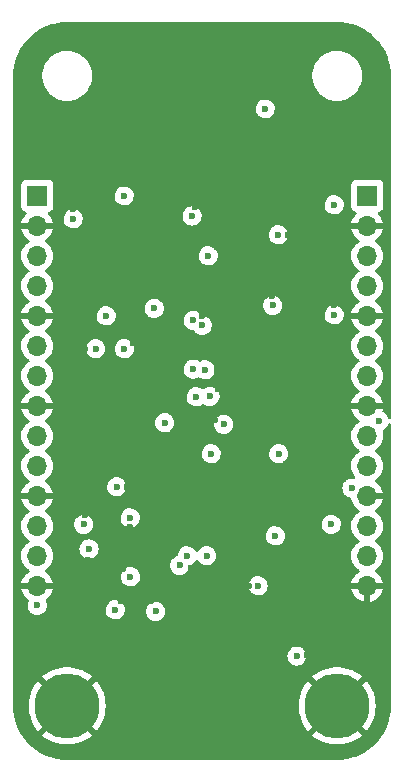
<source format=gbr>
%TF.GenerationSoftware,KiCad,Pcbnew,(6.0.9-0)*%
%TF.CreationDate,2024-06-20T10:35:51+02:00*%
%TF.ProjectId,filter-board,66696c74-6572-42d6-926f-6172642e6b69,rev?*%
%TF.SameCoordinates,Original*%
%TF.FileFunction,Copper,L2,Inr*%
%TF.FilePolarity,Positive*%
%FSLAX46Y46*%
G04 Gerber Fmt 4.6, Leading zero omitted, Abs format (unit mm)*
G04 Created by KiCad (PCBNEW (6.0.9-0)) date 2024-06-20 10:35:51*
%MOMM*%
%LPD*%
G01*
G04 APERTURE LIST*
%TA.AperFunction,ComponentPad*%
%ADD10C,5.500000*%
%TD*%
%TA.AperFunction,ComponentPad*%
%ADD11R,1.700000X1.700000*%
%TD*%
%TA.AperFunction,ComponentPad*%
%ADD12O,1.700000X1.700000*%
%TD*%
%TA.AperFunction,ViaPad*%
%ADD13C,0.600000*%
%TD*%
G04 APERTURE END LIST*
D10*
%TO.N,/GND*%
%TO.C,H3*%
X76200000Y-93980000D03*
%TD*%
%TO.N,/GND*%
%TO.C,H1*%
X53340000Y-93980000D03*
%TD*%
D11*
%TO.N,/+9V*%
%TO.C,J1*%
X50800000Y-50800000D03*
D12*
%TO.N,/GND*%
X50800000Y-53340000D03*
%TO.N,/+4.5V*%
X50800000Y-55880000D03*
%TO.N,/In*%
X50800000Y-58420000D03*
%TO.N,/GND*%
X50800000Y-60960000D03*
%TO.N,/Freq_CV*%
X50800000Y-63500000D03*
%TO.N,/Res_CV*%
X50800000Y-66040000D03*
%TO.N,/GND*%
X50800000Y-68580000D03*
%TO.N,/HP*%
X50800000Y-71120000D03*
%TO.N,/UBP*%
X50800000Y-73660000D03*
%TO.N,/GND*%
X50800000Y-76200000D03*
%TO.N,/LBP*%
X50800000Y-78740000D03*
%TO.N,/LP*%
X50800000Y-81280000D03*
%TO.N,/GND*%
X50800000Y-83820000D03*
%TD*%
D11*
%TO.N,/+9V*%
%TO.C,J2*%
X78740000Y-50800000D03*
D12*
%TO.N,/GND*%
X78740000Y-53340000D03*
%TO.N,/+4.5V*%
X78740000Y-55880000D03*
%TO.N,/In*%
X78740000Y-58420000D03*
%TO.N,/GND*%
X78740000Y-60960000D03*
%TO.N,/Freq_CV*%
X78740000Y-63500000D03*
%TO.N,/Res_CV*%
X78740000Y-66040000D03*
%TO.N,/GND*%
X78740000Y-68580000D03*
%TO.N,/HP*%
X78740000Y-71120000D03*
%TO.N,/UBP*%
X78740000Y-73660000D03*
%TO.N,/GND*%
X78740000Y-76200000D03*
%TO.N,/LBP*%
X78740000Y-78740000D03*
%TO.N,/LP*%
X78740000Y-81280000D03*
%TO.N,/GND*%
X78740000Y-83820000D03*
%TD*%
D13*
%TO.N,/GND*%
X58621000Y-48313000D03*
X72009000Y-54102000D03*
X70104000Y-42418000D03*
X63355289Y-67189616D03*
X53848000Y-57277000D03*
X55118000Y-81661000D03*
X54864000Y-63754000D03*
X57912000Y-85090000D03*
X68707000Y-83820000D03*
X70866000Y-69215000D03*
X58928000Y-63260500D03*
X64149767Y-51703767D03*
X66040000Y-55118000D03*
X75946000Y-60071000D03*
X71896500Y-73533000D03*
X58039000Y-82423000D03*
X58166000Y-49784000D03*
X60465378Y-70358000D03*
X60706000Y-59309000D03*
X66096478Y-67174810D03*
X58674000Y-78867000D03*
X54868437Y-77824375D03*
X73660000Y-89662000D03*
X64516000Y-72644000D03*
X66069500Y-60960000D03*
X62992000Y-65659000D03*
X60452000Y-85090000D03*
X53848000Y-51943000D03*
X65786000Y-50050500D03*
X55626000Y-60960000D03*
X63793235Y-80264000D03*
X75692000Y-77597000D03*
X64770000Y-60960000D03*
X70712945Y-59277896D03*
X65862500Y-69821000D03*
X66040000Y-65659000D03*
X67310000Y-77470000D03*
X60452000Y-80899000D03*
X58420000Y-75438000D03*
X63793235Y-82281500D03*
X74930000Y-51816000D03*
%TO.N,/+5.35V*%
X56642000Y-60960000D03*
X64008000Y-61341000D03*
%TO.N,/+4.5V*%
X65278000Y-55880000D03*
%TO.N,/+5.35V_Buf*%
X53848000Y-52742503D03*
X63920053Y-52509415D03*
%TO.N,/+4.5V_Buf*%
X70104000Y-43434000D03*
X77449624Y-75544624D03*
X62865000Y-82079500D03*
X58674000Y-78067497D03*
X54737000Y-78613000D03*
X70744194Y-60076787D03*
X71209497Y-54102000D03*
X72794500Y-89765500D03*
X75692000Y-78613000D03*
X75946000Y-51562000D03*
X57531000Y-75438000D03*
X55193750Y-80696250D03*
X69506503Y-83820000D03*
X64770000Y-61759503D03*
%TO.N,/+9V*%
X50800000Y-85471000D03*
X58180500Y-63754000D03*
X58166000Y-50800000D03*
X55753000Y-63754000D03*
X58700500Y-83057500D03*
X75946000Y-60870503D03*
X60706000Y-60325000D03*
%TO.N,Net-(C13-Pad1)*%
X65424426Y-67772682D03*
X65024000Y-65532000D03*
%TO.N,Net-(C15-Pad1)*%
X65532000Y-72644000D03*
X71247000Y-72644000D03*
%TO.N,/LBP*%
X70954000Y-79590000D03*
%TO.N,/CV Processing/Freq_CV_Biased*%
X66598998Y-70132086D03*
X61595000Y-70014500D03*
X79756000Y-69850000D03*
%TO.N,/CV Processing/Res_CV_Biased*%
X64262000Y-67818000D03*
X64008000Y-65469500D03*
%TO.N,Net-(R15-Pad2)*%
X57404000Y-85852000D03*
X60833000Y-85979000D03*
%TO.N,Net-(R29-Pad2)*%
X65151000Y-81280000D03*
X63500000Y-81280000D03*
%TD*%
%TA.AperFunction,Conductor*%
%TO.N,/GND*%
G36*
X76170018Y-36070000D02*
G01*
X76184851Y-36072310D01*
X76184855Y-36072310D01*
X76193724Y-36073691D01*
X76214183Y-36071016D01*
X76236008Y-36070072D01*
X76592937Y-36085656D01*
X76603886Y-36086614D01*
X76988379Y-36137233D01*
X76999205Y-36139142D01*
X77377822Y-36223080D01*
X77388439Y-36225925D01*
X77558702Y-36279608D01*
X77758302Y-36342542D01*
X77768615Y-36346295D01*
X78126932Y-36494715D01*
X78136876Y-36499353D01*
X78480867Y-36678423D01*
X78490387Y-36683919D01*
X78817468Y-36892292D01*
X78826472Y-36898597D01*
X79134138Y-37134678D01*
X79142558Y-37141743D01*
X79428483Y-37403744D01*
X79436256Y-37411517D01*
X79698257Y-37697442D01*
X79705322Y-37705862D01*
X79941403Y-38013528D01*
X79947708Y-38022532D01*
X80156081Y-38349613D01*
X80161576Y-38359132D01*
X80293193Y-38611964D01*
X80340643Y-38703115D01*
X80345285Y-38713068D01*
X80467895Y-39009074D01*
X80493702Y-39071377D01*
X80497458Y-39081698D01*
X80533680Y-39196579D01*
X80614075Y-39451561D01*
X80616920Y-39462178D01*
X80700858Y-39840795D01*
X80702767Y-39851621D01*
X80753386Y-40236114D01*
X80754344Y-40247063D01*
X80765521Y-40503049D01*
X80769603Y-40596552D01*
X80768223Y-40621429D01*
X80766309Y-40633724D01*
X80767473Y-40642626D01*
X80767473Y-40642628D01*
X80770436Y-40665283D01*
X80771500Y-40681621D01*
X80771500Y-69562583D01*
X80751498Y-69630704D01*
X80697842Y-69677197D01*
X80627568Y-69687301D01*
X80562988Y-69657807D01*
X80526509Y-69604020D01*
X80492064Y-69505106D01*
X80492062Y-69505103D01*
X80489745Y-69498448D01*
X80431098Y-69404592D01*
X80397359Y-69350598D01*
X80393626Y-69344624D01*
X80332656Y-69283227D01*
X80270778Y-69220915D01*
X80270774Y-69220912D01*
X80265815Y-69215918D01*
X80254697Y-69208862D01*
X80118621Y-69122506D01*
X80118620Y-69122506D01*
X80112666Y-69118727D01*
X80106852Y-69116657D01*
X80054652Y-69069052D01*
X80036385Y-69000446D01*
X80041785Y-68967015D01*
X80070379Y-68872903D01*
X80072555Y-68862837D01*
X80073986Y-68851962D01*
X80071775Y-68837778D01*
X80058617Y-68834000D01*
X77423225Y-68834000D01*
X77409694Y-68837973D01*
X77408257Y-68847966D01*
X77438565Y-68982446D01*
X77441645Y-68992275D01*
X77521770Y-69189603D01*
X77526413Y-69198794D01*
X77637694Y-69380388D01*
X77643777Y-69388699D01*
X77783213Y-69549667D01*
X77790580Y-69556883D01*
X77954434Y-69692916D01*
X77962881Y-69698831D01*
X78031969Y-69739203D01*
X78080693Y-69790842D01*
X78093764Y-69860625D01*
X78067033Y-69926396D01*
X78026584Y-69959752D01*
X78013607Y-69966507D01*
X78009474Y-69969610D01*
X78009471Y-69969612D01*
X77841989Y-70095361D01*
X77834965Y-70100635D01*
X77680629Y-70262138D01*
X77677715Y-70266410D01*
X77677714Y-70266411D01*
X77612646Y-70361797D01*
X77554743Y-70446680D01*
X77515320Y-70531611D01*
X77470341Y-70628510D01*
X77460688Y-70649305D01*
X77400989Y-70864570D01*
X77377251Y-71086695D01*
X77377548Y-71091848D01*
X77377548Y-71091851D01*
X77383011Y-71186590D01*
X77390110Y-71309715D01*
X77391247Y-71314761D01*
X77391248Y-71314767D01*
X77411119Y-71402939D01*
X77439222Y-71527639D01*
X77523266Y-71734616D01*
X77525965Y-71739020D01*
X77631668Y-71911512D01*
X77639987Y-71925088D01*
X77786250Y-72093938D01*
X77958126Y-72236632D01*
X78026030Y-72276312D01*
X78031445Y-72279476D01*
X78080169Y-72331114D01*
X78093240Y-72400897D01*
X78066509Y-72466669D01*
X78026055Y-72500027D01*
X78013607Y-72506507D01*
X78009474Y-72509610D01*
X78009471Y-72509612D01*
X77845613Y-72632640D01*
X77834965Y-72640635D01*
X77680629Y-72802138D01*
X77554743Y-72986680D01*
X77460688Y-73189305D01*
X77400989Y-73404570D01*
X77377251Y-73626695D01*
X77377548Y-73631848D01*
X77377548Y-73631851D01*
X77383011Y-73726590D01*
X77390110Y-73849715D01*
X77391247Y-73854761D01*
X77391248Y-73854767D01*
X77411119Y-73942939D01*
X77439222Y-74067639D01*
X77523266Y-74274616D01*
X77639987Y-74465088D01*
X77643371Y-74468994D01*
X77643372Y-74468996D01*
X77704917Y-74540046D01*
X77734400Y-74604631D01*
X77724285Y-74674903D01*
X77677784Y-74728552D01*
X77609660Y-74748543D01*
X77594761Y-74747657D01*
X77495571Y-74735830D01*
X77455304Y-74731028D01*
X77448301Y-74731764D01*
X77448300Y-74731764D01*
X77281912Y-74749252D01*
X77281910Y-74749253D01*
X77274912Y-74749988D01*
X77103203Y-74808442D01*
X77069410Y-74829232D01*
X76954719Y-74899790D01*
X76954716Y-74899792D01*
X76948712Y-74903486D01*
X76943677Y-74908417D01*
X76943674Y-74908419D01*
X76843041Y-75006967D01*
X76819117Y-75030395D01*
X76720859Y-75182862D01*
X76718450Y-75189482D01*
X76718448Y-75189485D01*
X76691056Y-75264744D01*
X76658821Y-75353309D01*
X76636087Y-75533264D01*
X76653787Y-75713784D01*
X76711042Y-75885897D01*
X76714689Y-75891919D01*
X76714690Y-75891921D01*
X76782494Y-76003879D01*
X76805004Y-76041048D01*
X76809893Y-76046111D01*
X76809894Y-76046112D01*
X76851965Y-76089677D01*
X76931006Y-76171526D01*
X76963353Y-76192693D01*
X77051702Y-76250507D01*
X77082783Y-76270846D01*
X77089387Y-76273302D01*
X77089389Y-76273303D01*
X77246182Y-76331614D01*
X77246184Y-76331614D01*
X77252792Y-76334072D01*
X77273086Y-76336780D01*
X77295005Y-76339705D01*
X77359882Y-76368542D01*
X77398869Y-76427876D01*
X77401256Y-76436897D01*
X77438565Y-76602446D01*
X77441645Y-76612275D01*
X77521770Y-76809603D01*
X77526413Y-76818794D01*
X77637694Y-77000388D01*
X77643777Y-77008699D01*
X77783213Y-77169667D01*
X77790580Y-77176883D01*
X77954434Y-77312916D01*
X77962881Y-77318831D01*
X78031969Y-77359203D01*
X78080693Y-77410842D01*
X78093764Y-77480625D01*
X78067033Y-77546396D01*
X78026584Y-77579752D01*
X78013607Y-77586507D01*
X78009474Y-77589610D01*
X78009471Y-77589612D01*
X77839100Y-77717530D01*
X77834965Y-77720635D01*
X77680629Y-77882138D01*
X77554743Y-78066680D01*
X77507716Y-78167992D01*
X77475843Y-78236657D01*
X77460688Y-78269305D01*
X77400989Y-78484570D01*
X77377251Y-78706695D01*
X77377548Y-78711848D01*
X77377548Y-78711851D01*
X77386386Y-78865134D01*
X77390110Y-78929715D01*
X77391247Y-78934761D01*
X77391248Y-78934767D01*
X77395644Y-78954273D01*
X77439222Y-79147639D01*
X77478799Y-79245106D01*
X77515449Y-79335364D01*
X77523266Y-79354616D01*
X77639987Y-79545088D01*
X77786250Y-79713938D01*
X77958126Y-79856632D01*
X78003917Y-79883390D01*
X78031445Y-79899476D01*
X78080169Y-79951114D01*
X78093240Y-80020897D01*
X78066509Y-80086669D01*
X78026055Y-80120027D01*
X78013607Y-80126507D01*
X78009474Y-80129610D01*
X78009471Y-80129612D01*
X77839100Y-80257530D01*
X77834965Y-80260635D01*
X77831393Y-80264373D01*
X77714210Y-80386998D01*
X77680629Y-80422138D01*
X77554743Y-80606680D01*
X77460688Y-80809305D01*
X77400989Y-81024570D01*
X77377251Y-81246695D01*
X77377548Y-81251848D01*
X77377548Y-81251851D01*
X77382822Y-81343318D01*
X77390110Y-81469715D01*
X77391247Y-81474761D01*
X77391248Y-81474767D01*
X77399118Y-81509688D01*
X77439222Y-81687639D01*
X77477330Y-81781488D01*
X77520655Y-81888185D01*
X77523266Y-81894616D01*
X77525965Y-81899020D01*
X77636563Y-82079500D01*
X77639987Y-82085088D01*
X77786250Y-82253938D01*
X77958126Y-82396632D01*
X78012516Y-82428415D01*
X78031955Y-82439774D01*
X78080679Y-82491412D01*
X78093750Y-82561195D01*
X78067019Y-82626967D01*
X78026562Y-82660327D01*
X78018457Y-82664546D01*
X78009738Y-82670036D01*
X77839433Y-82797905D01*
X77831726Y-82804748D01*
X77684590Y-82958717D01*
X77678104Y-82966727D01*
X77558098Y-83142649D01*
X77553000Y-83151623D01*
X77463338Y-83344783D01*
X77459775Y-83354470D01*
X77404389Y-83554183D01*
X77405912Y-83562607D01*
X77418292Y-83566000D01*
X80058344Y-83566000D01*
X80071875Y-83562027D01*
X80073180Y-83552947D01*
X80031214Y-83385875D01*
X80027894Y-83376124D01*
X79942972Y-83180814D01*
X79938105Y-83171739D01*
X79822426Y-82992926D01*
X79816136Y-82984757D01*
X79672806Y-82827240D01*
X79665273Y-82820215D01*
X79498139Y-82688222D01*
X79489556Y-82682520D01*
X79452602Y-82662120D01*
X79402631Y-82611687D01*
X79387859Y-82542245D01*
X79412975Y-82475839D01*
X79440327Y-82449232D01*
X79491591Y-82412666D01*
X79619860Y-82321173D01*
X79697400Y-82243904D01*
X79774435Y-82167137D01*
X79778096Y-82163489D01*
X79828433Y-82093438D01*
X79905435Y-81986277D01*
X79908453Y-81982077D01*
X79935146Y-81928069D01*
X80005136Y-81786453D01*
X80005137Y-81786451D01*
X80007430Y-81781811D01*
X80072370Y-81568069D01*
X80101529Y-81346590D01*
X80101611Y-81343240D01*
X80103074Y-81283365D01*
X80103074Y-81283361D01*
X80103156Y-81280000D01*
X80084852Y-81057361D01*
X80030431Y-80840702D01*
X79941354Y-80635840D01*
X79845475Y-80487633D01*
X79822822Y-80452617D01*
X79822820Y-80452614D01*
X79820014Y-80448277D01*
X79669670Y-80283051D01*
X79665619Y-80279852D01*
X79665615Y-80279848D01*
X79498414Y-80147800D01*
X79498410Y-80147798D01*
X79494359Y-80144598D01*
X79453053Y-80121796D01*
X79403084Y-80071364D01*
X79388312Y-80001921D01*
X79413428Y-79935516D01*
X79440780Y-79908909D01*
X79484603Y-79877650D01*
X79619860Y-79781173D01*
X79778096Y-79623489D01*
X79785837Y-79612717D01*
X79905435Y-79446277D01*
X79908453Y-79442077D01*
X79916183Y-79426438D01*
X80005136Y-79246453D01*
X80005137Y-79246451D01*
X80007430Y-79241811D01*
X80056078Y-79081693D01*
X80070865Y-79033023D01*
X80070865Y-79033021D01*
X80072370Y-79028069D01*
X80101529Y-78806590D01*
X80101762Y-78797047D01*
X80103074Y-78743365D01*
X80103074Y-78743361D01*
X80103156Y-78740000D01*
X80084852Y-78517361D01*
X80030431Y-78300702D01*
X79941354Y-78095840D01*
X79901906Y-78034862D01*
X79822822Y-77912617D01*
X79822820Y-77912614D01*
X79820014Y-77908277D01*
X79669670Y-77743051D01*
X79665619Y-77739852D01*
X79665615Y-77739848D01*
X79498414Y-77607800D01*
X79498410Y-77607798D01*
X79494359Y-77604598D01*
X79452569Y-77581529D01*
X79402598Y-77531097D01*
X79387826Y-77461654D01*
X79412942Y-77395248D01*
X79440294Y-77368641D01*
X79615328Y-77243792D01*
X79623200Y-77237139D01*
X79774052Y-77086812D01*
X79780730Y-77078965D01*
X79905003Y-76906020D01*
X79910313Y-76897183D01*
X80004670Y-76706267D01*
X80008469Y-76696672D01*
X80070377Y-76492910D01*
X80072555Y-76482837D01*
X80073986Y-76471962D01*
X80071775Y-76457778D01*
X80058617Y-76454000D01*
X78612000Y-76454000D01*
X78543879Y-76433998D01*
X78497386Y-76380342D01*
X78486000Y-76328000D01*
X78486000Y-76072000D01*
X78506002Y-76003879D01*
X78559658Y-75957386D01*
X78612000Y-75946000D01*
X80058344Y-75946000D01*
X80071875Y-75942027D01*
X80073180Y-75932947D01*
X80031214Y-75765875D01*
X80027894Y-75756124D01*
X79942972Y-75560814D01*
X79938105Y-75551739D01*
X79822426Y-75372926D01*
X79816136Y-75364757D01*
X79672806Y-75207240D01*
X79665273Y-75200215D01*
X79498139Y-75068222D01*
X79489556Y-75062520D01*
X79452602Y-75042120D01*
X79402631Y-74991687D01*
X79387859Y-74922245D01*
X79412975Y-74855839D01*
X79440327Y-74829232D01*
X79468810Y-74808915D01*
X79619860Y-74701173D01*
X79675595Y-74645633D01*
X79774435Y-74547137D01*
X79778096Y-74543489D01*
X79837594Y-74460689D01*
X79905435Y-74366277D01*
X79908453Y-74362077D01*
X80007430Y-74161811D01*
X80072370Y-73948069D01*
X80101529Y-73726590D01*
X80103156Y-73660000D01*
X80084852Y-73437361D01*
X80030431Y-73220702D01*
X79941354Y-73015840D01*
X79901906Y-72954862D01*
X79822822Y-72832617D01*
X79822820Y-72832614D01*
X79820014Y-72828277D01*
X79669670Y-72663051D01*
X79665619Y-72659852D01*
X79665615Y-72659848D01*
X79498414Y-72527800D01*
X79498410Y-72527798D01*
X79494359Y-72524598D01*
X79453053Y-72501796D01*
X79403084Y-72451364D01*
X79388312Y-72381921D01*
X79413428Y-72315516D01*
X79440780Y-72288909D01*
X79484603Y-72257650D01*
X79619860Y-72161173D01*
X79647503Y-72133627D01*
X79774435Y-72007137D01*
X79778096Y-72003489D01*
X79781203Y-71999166D01*
X79905435Y-71826277D01*
X79908453Y-71822077D01*
X80007430Y-71621811D01*
X80072370Y-71408069D01*
X80101529Y-71186590D01*
X80103156Y-71120000D01*
X80084852Y-70897361D01*
X80079288Y-70875210D01*
X80041693Y-70725536D01*
X80044497Y-70654595D01*
X80085210Y-70596432D01*
X80099380Y-70586612D01*
X80241860Y-70501677D01*
X80241862Y-70501676D01*
X80247912Y-70498069D01*
X80379266Y-70372982D01*
X80479643Y-70221902D01*
X80524289Y-70104373D01*
X80527712Y-70095361D01*
X80570601Y-70038783D01*
X80637270Y-70014374D01*
X80706551Y-70029884D01*
X80756450Y-70080388D01*
X80771500Y-70140105D01*
X80771500Y-93930633D01*
X80770000Y-93950018D01*
X80767690Y-93964851D01*
X80767690Y-93964855D01*
X80766309Y-93973724D01*
X80768984Y-93994183D01*
X80769928Y-94016008D01*
X80755590Y-94344408D01*
X80754344Y-94372936D01*
X80753386Y-94383886D01*
X80702767Y-94768379D01*
X80700858Y-94779205D01*
X80616920Y-95157822D01*
X80614075Y-95168439D01*
X80497461Y-95538294D01*
X80493702Y-95548623D01*
X80345289Y-95906923D01*
X80340647Y-95916876D01*
X80249591Y-96091794D01*
X80161577Y-96260867D01*
X80156081Y-96270387D01*
X79947708Y-96597468D01*
X79941403Y-96606472D01*
X79705322Y-96914138D01*
X79698257Y-96922558D01*
X79436256Y-97208483D01*
X79428483Y-97216256D01*
X79142558Y-97478257D01*
X79134138Y-97485322D01*
X78826472Y-97721403D01*
X78817468Y-97727708D01*
X78490387Y-97936081D01*
X78480868Y-97941576D01*
X78136876Y-98120647D01*
X78126932Y-98125285D01*
X77768615Y-98273705D01*
X77758302Y-98277458D01*
X77558702Y-98340392D01*
X77388439Y-98394075D01*
X77377822Y-98396920D01*
X76999205Y-98480858D01*
X76988379Y-98482767D01*
X76603886Y-98533386D01*
X76592937Y-98534344D01*
X76243446Y-98549603D01*
X76218571Y-98548223D01*
X76206276Y-98546309D01*
X76197374Y-98547473D01*
X76197372Y-98547473D01*
X76182323Y-98549441D01*
X76174714Y-98550436D01*
X76158379Y-98551500D01*
X53389367Y-98551500D01*
X53369982Y-98550000D01*
X53355149Y-98547690D01*
X53355145Y-98547690D01*
X53346276Y-98546309D01*
X53325817Y-98548984D01*
X53303992Y-98549928D01*
X52947063Y-98534344D01*
X52936114Y-98533386D01*
X52551621Y-98482767D01*
X52540795Y-98480858D01*
X52162178Y-98396920D01*
X52151561Y-98394075D01*
X51981298Y-98340392D01*
X51781698Y-98277458D01*
X51771385Y-98273705D01*
X51413068Y-98125285D01*
X51403124Y-98120647D01*
X51059132Y-97941576D01*
X51049613Y-97936081D01*
X50722532Y-97727708D01*
X50713528Y-97721403D01*
X50405862Y-97485322D01*
X50397442Y-97478257D01*
X50111517Y-97216256D01*
X50103744Y-97208483D01*
X49841743Y-96922558D01*
X49834678Y-96914138D01*
X49598597Y-96606472D01*
X49592292Y-96597468D01*
X49504326Y-96459389D01*
X51225541Y-96459389D01*
X51233678Y-96470395D01*
X51493938Y-96670099D01*
X51499537Y-96673933D01*
X51795261Y-96853736D01*
X51801251Y-96856948D01*
X52114657Y-97003758D01*
X52120961Y-97006305D01*
X52448384Y-97118406D01*
X52454935Y-97120260D01*
X52792539Y-97196342D01*
X52799258Y-97197479D01*
X53143113Y-97236657D01*
X53149903Y-97237060D01*
X53495973Y-97238872D01*
X53502774Y-97238540D01*
X53847020Y-97202966D01*
X53853748Y-97201900D01*
X54192144Y-97129353D01*
X54198693Y-97127574D01*
X54527278Y-97018905D01*
X54533620Y-97016419D01*
X54848523Y-96872910D01*
X54854577Y-96869745D01*
X55152128Y-96693073D01*
X55157809Y-96689270D01*
X55434547Y-96481489D01*
X55439771Y-96477105D01*
X55446238Y-96471053D01*
X55453118Y-96459389D01*
X74085541Y-96459389D01*
X74093678Y-96470395D01*
X74353938Y-96670099D01*
X74359537Y-96673933D01*
X74655261Y-96853736D01*
X74661251Y-96856948D01*
X74974657Y-97003758D01*
X74980961Y-97006305D01*
X75308384Y-97118406D01*
X75314935Y-97120260D01*
X75652539Y-97196342D01*
X75659258Y-97197479D01*
X76003113Y-97236657D01*
X76009903Y-97237060D01*
X76355973Y-97238872D01*
X76362774Y-97238540D01*
X76707020Y-97202966D01*
X76713748Y-97201900D01*
X77052144Y-97129353D01*
X77058693Y-97127574D01*
X77387278Y-97018905D01*
X77393620Y-97016419D01*
X77708523Y-96872910D01*
X77714577Y-96869745D01*
X78012128Y-96693073D01*
X78017809Y-96689270D01*
X78294547Y-96481489D01*
X78299771Y-96477105D01*
X78306238Y-96471053D01*
X78314307Y-96457373D01*
X78314280Y-96456649D01*
X78309136Y-96448346D01*
X76212812Y-94352022D01*
X76198868Y-94344408D01*
X76197035Y-94344539D01*
X76190420Y-94348790D01*
X74092422Y-96446788D01*
X74085541Y-96459389D01*
X55453118Y-96459389D01*
X55454307Y-96457373D01*
X55454280Y-96456649D01*
X55449136Y-96448346D01*
X53352812Y-94352022D01*
X53338868Y-94344408D01*
X53337035Y-94344539D01*
X53330420Y-94348790D01*
X51232422Y-96446788D01*
X51225541Y-96459389D01*
X49504326Y-96459389D01*
X49383919Y-96270387D01*
X49378423Y-96260867D01*
X49290409Y-96091794D01*
X49199353Y-95916876D01*
X49194711Y-95906923D01*
X49046298Y-95548623D01*
X49042539Y-95538294D01*
X48925925Y-95168439D01*
X48923080Y-95157822D01*
X48839142Y-94779205D01*
X48837233Y-94768379D01*
X48786614Y-94383886D01*
X48785656Y-94372936D01*
X48770561Y-94027208D01*
X48772188Y-94000805D01*
X48772769Y-93997352D01*
X48772770Y-93997345D01*
X48773576Y-93992552D01*
X48773729Y-93980000D01*
X48772584Y-93972007D01*
X50077407Y-93972007D01*
X50094917Y-94317659D01*
X50095627Y-94324415D01*
X50150363Y-94666141D01*
X50151802Y-94672796D01*
X50243122Y-95006604D01*
X50245271Y-95013065D01*
X50372110Y-95335067D01*
X50374941Y-95341250D01*
X50535815Y-95647670D01*
X50539298Y-95653513D01*
X50732321Y-95940761D01*
X50736424Y-95946205D01*
X50851911Y-96083351D01*
X50864650Y-96091794D01*
X50875094Y-96085696D01*
X52967978Y-93992812D01*
X52974356Y-93981132D01*
X53704408Y-93981132D01*
X53704539Y-93982965D01*
X53708790Y-93989580D01*
X55803553Y-96084343D01*
X55817150Y-96091768D01*
X55826761Y-96085068D01*
X55922845Y-95973360D01*
X55927003Y-95967960D01*
X56123023Y-95682751D01*
X56126570Y-95676940D01*
X56290634Y-95372238D01*
X56293541Y-95366060D01*
X56423744Y-95045411D01*
X56425958Y-95038981D01*
X56520769Y-94706143D01*
X56522276Y-94699513D01*
X56580590Y-94358362D01*
X56581370Y-94351622D01*
X56602595Y-94004576D01*
X56602711Y-94000973D01*
X56602779Y-93981819D01*
X56602687Y-93978194D01*
X56602352Y-93972007D01*
X72937407Y-93972007D01*
X72954917Y-94317659D01*
X72955627Y-94324415D01*
X73010363Y-94666141D01*
X73011802Y-94672796D01*
X73103122Y-95006604D01*
X73105271Y-95013065D01*
X73232110Y-95335067D01*
X73234941Y-95341250D01*
X73395815Y-95647670D01*
X73399298Y-95653513D01*
X73592321Y-95940761D01*
X73596424Y-95946205D01*
X73711911Y-96083351D01*
X73724650Y-96091794D01*
X73735094Y-96085696D01*
X75827978Y-93992812D01*
X75834356Y-93981132D01*
X76564408Y-93981132D01*
X76564539Y-93982965D01*
X76568790Y-93989580D01*
X78663553Y-96084343D01*
X78677150Y-96091768D01*
X78686761Y-96085068D01*
X78782845Y-95973360D01*
X78787003Y-95967960D01*
X78983023Y-95682751D01*
X78986570Y-95676940D01*
X79150634Y-95372238D01*
X79153541Y-95366060D01*
X79283744Y-95045411D01*
X79285958Y-95038981D01*
X79380769Y-94706143D01*
X79382276Y-94699513D01*
X79440590Y-94358362D01*
X79441370Y-94351622D01*
X79462595Y-94004576D01*
X79462711Y-94000973D01*
X79462779Y-93981819D01*
X79462687Y-93978194D01*
X79443885Y-93631023D01*
X79443150Y-93624257D01*
X79387224Y-93282738D01*
X79385757Y-93276066D01*
X79293278Y-92942597D01*
X79291104Y-92936134D01*
X79163143Y-92614583D01*
X79160290Y-92608409D01*
X78998343Y-92302545D01*
X78994849Y-92296728D01*
X78800813Y-92010140D01*
X78796699Y-92004721D01*
X78688090Y-91876653D01*
X78675265Y-91868217D01*
X78664940Y-91874270D01*
X76572022Y-93967188D01*
X76564408Y-93981132D01*
X75834356Y-93981132D01*
X75835592Y-93978868D01*
X75835461Y-93977035D01*
X75831210Y-93970420D01*
X73736457Y-91875667D01*
X73722920Y-91868275D01*
X73713219Y-91875063D01*
X73610220Y-91995659D01*
X73606066Y-92001092D01*
X73411056Y-92286965D01*
X73407521Y-92292802D01*
X73244518Y-92598080D01*
X73241642Y-92604249D01*
X73112558Y-92925355D01*
X73110365Y-92931795D01*
X73016714Y-93264968D01*
X73015231Y-93271603D01*
X72958112Y-93612936D01*
X72957353Y-93619708D01*
X72937431Y-93965212D01*
X72937407Y-93972007D01*
X56602352Y-93972007D01*
X56583885Y-93631023D01*
X56583150Y-93624257D01*
X56527224Y-93282738D01*
X56525757Y-93276066D01*
X56433278Y-92942597D01*
X56431104Y-92936134D01*
X56303143Y-92614583D01*
X56300290Y-92608409D01*
X56138343Y-92302545D01*
X56134849Y-92296728D01*
X55940813Y-92010140D01*
X55936699Y-92004721D01*
X55828090Y-91876653D01*
X55815265Y-91868217D01*
X55804940Y-91874270D01*
X53712022Y-93967188D01*
X53704408Y-93981132D01*
X52974356Y-93981132D01*
X52975592Y-93978868D01*
X52975461Y-93977035D01*
X52971210Y-93970420D01*
X50876457Y-91875667D01*
X50862920Y-91868275D01*
X50853219Y-91875063D01*
X50750220Y-91995659D01*
X50746066Y-92001092D01*
X50551056Y-92286965D01*
X50547521Y-92292802D01*
X50384518Y-92598080D01*
X50381642Y-92604249D01*
X50252558Y-92925355D01*
X50250365Y-92931795D01*
X50156714Y-93264968D01*
X50155231Y-93271603D01*
X50098112Y-93612936D01*
X50097353Y-93619708D01*
X50077431Y-93965212D01*
X50077407Y-93972007D01*
X48772584Y-93972007D01*
X48769773Y-93952376D01*
X48768500Y-93934514D01*
X48768500Y-91502234D01*
X51225322Y-91502234D01*
X51225357Y-91503075D01*
X51230410Y-91511200D01*
X53327188Y-93607978D01*
X53341132Y-93615592D01*
X53342965Y-93615461D01*
X53349580Y-93611210D01*
X55447431Y-91513359D01*
X55453506Y-91502234D01*
X74085322Y-91502234D01*
X74085357Y-91503075D01*
X74090410Y-91511200D01*
X76187188Y-93607978D01*
X76201132Y-93615592D01*
X76202965Y-93615461D01*
X76209580Y-93611210D01*
X78307431Y-91513359D01*
X78315045Y-91499415D01*
X78314977Y-91498460D01*
X78311024Y-91492482D01*
X78036667Y-91283479D01*
X78031041Y-91279655D01*
X77734706Y-91100894D01*
X77728694Y-91097697D01*
X77414774Y-90951980D01*
X77408474Y-90949460D01*
X77080664Y-90838503D01*
X77074086Y-90836667D01*
X76736237Y-90761768D01*
X76729499Y-90760652D01*
X76385515Y-90722675D01*
X76378735Y-90722296D01*
X76032636Y-90721693D01*
X76025863Y-90722048D01*
X75681726Y-90758825D01*
X75675016Y-90759912D01*
X75336883Y-90833637D01*
X75330308Y-90835448D01*
X75002117Y-90945259D01*
X74995795Y-90947762D01*
X74681388Y-91092373D01*
X74675345Y-91095559D01*
X74378402Y-91273276D01*
X74372756Y-91277085D01*
X74096726Y-91485844D01*
X74093140Y-91488875D01*
X74085322Y-91502234D01*
X55453506Y-91502234D01*
X55455045Y-91499415D01*
X55454977Y-91498460D01*
X55451024Y-91492482D01*
X55176667Y-91283479D01*
X55171041Y-91279655D01*
X54874706Y-91100894D01*
X54868694Y-91097697D01*
X54554774Y-90951980D01*
X54548474Y-90949460D01*
X54220664Y-90838503D01*
X54214086Y-90836667D01*
X53876237Y-90761768D01*
X53869499Y-90760652D01*
X53525515Y-90722675D01*
X53518735Y-90722296D01*
X53172636Y-90721693D01*
X53165863Y-90722048D01*
X52821726Y-90758825D01*
X52815016Y-90759912D01*
X52476883Y-90833637D01*
X52470308Y-90835448D01*
X52142117Y-90945259D01*
X52135795Y-90947762D01*
X51821388Y-91092373D01*
X51815345Y-91095559D01*
X51518402Y-91273276D01*
X51512756Y-91277085D01*
X51236726Y-91485844D01*
X51233140Y-91488875D01*
X51225322Y-91502234D01*
X48768500Y-91502234D01*
X48768500Y-89754140D01*
X71980963Y-89754140D01*
X71998663Y-89934660D01*
X72055918Y-90106773D01*
X72059565Y-90112795D01*
X72059566Y-90112797D01*
X72070478Y-90130814D01*
X72149880Y-90261924D01*
X72275882Y-90392402D01*
X72427659Y-90491722D01*
X72434263Y-90494178D01*
X72434265Y-90494179D01*
X72591058Y-90552490D01*
X72591060Y-90552490D01*
X72597668Y-90554948D01*
X72681495Y-90566133D01*
X72770480Y-90578007D01*
X72770484Y-90578007D01*
X72777461Y-90578938D01*
X72784472Y-90578300D01*
X72784476Y-90578300D01*
X72926959Y-90565332D01*
X72958100Y-90562498D01*
X72964802Y-90560320D01*
X72964804Y-90560320D01*
X73123909Y-90508624D01*
X73123912Y-90508623D01*
X73130608Y-90506447D01*
X73286412Y-90413569D01*
X73417766Y-90288482D01*
X73518143Y-90137402D01*
X73582555Y-89967838D01*
X73583535Y-89960866D01*
X73607248Y-89792139D01*
X73607248Y-89792136D01*
X73607799Y-89788217D01*
X73608116Y-89765500D01*
X73587897Y-89585245D01*
X73585580Y-89578591D01*
X73530564Y-89420606D01*
X73530562Y-89420603D01*
X73528245Y-89413948D01*
X73432126Y-89260124D01*
X73418441Y-89246343D01*
X73309278Y-89136415D01*
X73309274Y-89136412D01*
X73304315Y-89131418D01*
X73293197Y-89124362D01*
X73245038Y-89093800D01*
X73151166Y-89034227D01*
X73121963Y-89023828D01*
X72986925Y-88975743D01*
X72986920Y-88975742D01*
X72980290Y-88973381D01*
X72973302Y-88972548D01*
X72973299Y-88972547D01*
X72850198Y-88957868D01*
X72800180Y-88951904D01*
X72793177Y-88952640D01*
X72793176Y-88952640D01*
X72626788Y-88970128D01*
X72626786Y-88970129D01*
X72619788Y-88970864D01*
X72448079Y-89029318D01*
X72442075Y-89033012D01*
X72299595Y-89120666D01*
X72299592Y-89120668D01*
X72293588Y-89124362D01*
X72288553Y-89129293D01*
X72288550Y-89129295D01*
X72169025Y-89246343D01*
X72163993Y-89251271D01*
X72065735Y-89403738D01*
X72063326Y-89410358D01*
X72063324Y-89410361D01*
X72006106Y-89567566D01*
X72003697Y-89574185D01*
X71980963Y-89754140D01*
X48768500Y-89754140D01*
X48768500Y-84087966D01*
X49468257Y-84087966D01*
X49498565Y-84222446D01*
X49501645Y-84232275D01*
X49581770Y-84429603D01*
X49586413Y-84438794D01*
X49697694Y-84620388D01*
X49703777Y-84628699D01*
X49843213Y-84789667D01*
X49850580Y-84796883D01*
X50014439Y-84932921D01*
X50022872Y-84938826D01*
X50024987Y-84940062D01*
X50025669Y-84940785D01*
X50027116Y-84941798D01*
X50026907Y-84942097D01*
X50073711Y-84991700D01*
X50086783Y-85061483D01*
X50074464Y-85104228D01*
X50071235Y-85109238D01*
X50054800Y-85154393D01*
X50022616Y-85242818D01*
X50009197Y-85279685D01*
X49986463Y-85459640D01*
X50004163Y-85640160D01*
X50061418Y-85812273D01*
X50065065Y-85818295D01*
X50065066Y-85818297D01*
X50082845Y-85847653D01*
X50155380Y-85967424D01*
X50160269Y-85972487D01*
X50160270Y-85972488D01*
X50213727Y-86027844D01*
X50281382Y-86097902D01*
X50357271Y-86147562D01*
X50416912Y-86186590D01*
X50433159Y-86197222D01*
X50439763Y-86199678D01*
X50439765Y-86199679D01*
X50596558Y-86257990D01*
X50596560Y-86257990D01*
X50603168Y-86260448D01*
X50686995Y-86271633D01*
X50775980Y-86283507D01*
X50775984Y-86283507D01*
X50782961Y-86284438D01*
X50789972Y-86283800D01*
X50789976Y-86283800D01*
X50932459Y-86270832D01*
X50963600Y-86267998D01*
X50970302Y-86265820D01*
X50970304Y-86265820D01*
X51129409Y-86214124D01*
X51129412Y-86214123D01*
X51136108Y-86211947D01*
X51232513Y-86154478D01*
X51285860Y-86122677D01*
X51285862Y-86122676D01*
X51291912Y-86119069D01*
X51423266Y-85993982D01*
X51523643Y-85842902D01*
X51524502Y-85840640D01*
X56590463Y-85840640D01*
X56608163Y-86021160D01*
X56665418Y-86193273D01*
X56669065Y-86199295D01*
X56669066Y-86199297D01*
X56745980Y-86326297D01*
X56759380Y-86348424D01*
X56764269Y-86353487D01*
X56764270Y-86353488D01*
X56779357Y-86369111D01*
X56885382Y-86478902D01*
X57037159Y-86578222D01*
X57043763Y-86580678D01*
X57043765Y-86580679D01*
X57200558Y-86638990D01*
X57200560Y-86638990D01*
X57207168Y-86641448D01*
X57290995Y-86652633D01*
X57379980Y-86664507D01*
X57379984Y-86664507D01*
X57386961Y-86665438D01*
X57393972Y-86664800D01*
X57393976Y-86664800D01*
X57536459Y-86651832D01*
X57567600Y-86648998D01*
X57574302Y-86646820D01*
X57574304Y-86646820D01*
X57733409Y-86595124D01*
X57733412Y-86595123D01*
X57740108Y-86592947D01*
X57895912Y-86500069D01*
X58027266Y-86374982D01*
X58127643Y-86223902D01*
X58174041Y-86101760D01*
X58189555Y-86060920D01*
X58189556Y-86060918D01*
X58192055Y-86054338D01*
X58193035Y-86047366D01*
X58204240Y-85967640D01*
X60019463Y-85967640D01*
X60037163Y-86148160D01*
X60094418Y-86320273D01*
X60098065Y-86326295D01*
X60098066Y-86326297D01*
X60127551Y-86374982D01*
X60188380Y-86475424D01*
X60193269Y-86480487D01*
X60193270Y-86480488D01*
X60214027Y-86501982D01*
X60314382Y-86605902D01*
X60466159Y-86705222D01*
X60472763Y-86707678D01*
X60472765Y-86707679D01*
X60629558Y-86765990D01*
X60629560Y-86765990D01*
X60636168Y-86768448D01*
X60719995Y-86779633D01*
X60808980Y-86791507D01*
X60808984Y-86791507D01*
X60815961Y-86792438D01*
X60822972Y-86791800D01*
X60822976Y-86791800D01*
X60965459Y-86778832D01*
X60996600Y-86775998D01*
X61003302Y-86773820D01*
X61003304Y-86773820D01*
X61162409Y-86722124D01*
X61162412Y-86722123D01*
X61169108Y-86719947D01*
X61288126Y-86648998D01*
X61318860Y-86630677D01*
X61318862Y-86630676D01*
X61324912Y-86627069D01*
X61456266Y-86501982D01*
X61556643Y-86350902D01*
X61616487Y-86193364D01*
X61618555Y-86187920D01*
X61618556Y-86187918D01*
X61621055Y-86181338D01*
X61622035Y-86174366D01*
X61645748Y-86005639D01*
X61645748Y-86005636D01*
X61646299Y-86001717D01*
X61646616Y-85979000D01*
X61626397Y-85798745D01*
X61624080Y-85792091D01*
X61569064Y-85634106D01*
X61569062Y-85634103D01*
X61566745Y-85627448D01*
X61483181Y-85493717D01*
X61474359Y-85479598D01*
X61470626Y-85473624D01*
X61464110Y-85467062D01*
X61347778Y-85349915D01*
X61347774Y-85349912D01*
X61342815Y-85344918D01*
X61331697Y-85337862D01*
X61251038Y-85286675D01*
X61189666Y-85247727D01*
X61119986Y-85222915D01*
X61025425Y-85189243D01*
X61025420Y-85189242D01*
X61018790Y-85186881D01*
X61011802Y-85186048D01*
X61011799Y-85186047D01*
X60888698Y-85171368D01*
X60838680Y-85165404D01*
X60831677Y-85166140D01*
X60831676Y-85166140D01*
X60665288Y-85183628D01*
X60665286Y-85183629D01*
X60658288Y-85184364D01*
X60486579Y-85242818D01*
X60480575Y-85246512D01*
X60338095Y-85334166D01*
X60338092Y-85334168D01*
X60332088Y-85337862D01*
X60327053Y-85342793D01*
X60327050Y-85342795D01*
X60207525Y-85459843D01*
X60202493Y-85464771D01*
X60104235Y-85617238D01*
X60101826Y-85623858D01*
X60101824Y-85623861D01*
X60081420Y-85679920D01*
X60042197Y-85787685D01*
X60019463Y-85967640D01*
X58204240Y-85967640D01*
X58216748Y-85878639D01*
X58216748Y-85878636D01*
X58217299Y-85874717D01*
X58217616Y-85852000D01*
X58197397Y-85671745D01*
X58195080Y-85665091D01*
X58140064Y-85507106D01*
X58140062Y-85507103D01*
X58137745Y-85500448D01*
X58041626Y-85346624D01*
X57979528Y-85284091D01*
X57918778Y-85222915D01*
X57918774Y-85222912D01*
X57913815Y-85217918D01*
X57902697Y-85210862D01*
X57832380Y-85166238D01*
X57760666Y-85120727D01*
X57674911Y-85090191D01*
X57596425Y-85062243D01*
X57596420Y-85062242D01*
X57589790Y-85059881D01*
X57582802Y-85059048D01*
X57582799Y-85059047D01*
X57459698Y-85044368D01*
X57409680Y-85038404D01*
X57402677Y-85039140D01*
X57402676Y-85039140D01*
X57236288Y-85056628D01*
X57236286Y-85056629D01*
X57229288Y-85057364D01*
X57089721Y-85104876D01*
X57065922Y-85112978D01*
X57057579Y-85115818D01*
X57019792Y-85139065D01*
X56909095Y-85207166D01*
X56909092Y-85207168D01*
X56903088Y-85210862D01*
X56898053Y-85215793D01*
X56898050Y-85215795D01*
X56839567Y-85273066D01*
X56773493Y-85337771D01*
X56675235Y-85490238D01*
X56672826Y-85496858D01*
X56672824Y-85496861D01*
X56618235Y-85646844D01*
X56613197Y-85660685D01*
X56590463Y-85840640D01*
X51524502Y-85840640D01*
X51588055Y-85673338D01*
X51589833Y-85660685D01*
X51612748Y-85497639D01*
X51612748Y-85497636D01*
X51613299Y-85493717D01*
X51613616Y-85471000D01*
X51593397Y-85290745D01*
X51589546Y-85279685D01*
X51550005Y-85166140D01*
X51533745Y-85119448D01*
X51530011Y-85113473D01*
X51530009Y-85113468D01*
X51529703Y-85112978D01*
X51529603Y-85112620D01*
X51526967Y-85107118D01*
X51527934Y-85106655D01*
X51510570Y-85044608D01*
X51531438Y-84976748D01*
X51563392Y-84943634D01*
X51675328Y-84863792D01*
X51683200Y-84857139D01*
X51834052Y-84706812D01*
X51840730Y-84698965D01*
X51965003Y-84526020D01*
X51970313Y-84517183D01*
X52064670Y-84326267D01*
X52068469Y-84316672D01*
X52130377Y-84112910D01*
X52132555Y-84102837D01*
X52133986Y-84091962D01*
X52131775Y-84077778D01*
X52118617Y-84074000D01*
X49483225Y-84074000D01*
X49469694Y-84077973D01*
X49468257Y-84087966D01*
X48768500Y-84087966D01*
X48768500Y-81246695D01*
X49437251Y-81246695D01*
X49437548Y-81251848D01*
X49437548Y-81251851D01*
X49442822Y-81343318D01*
X49450110Y-81469715D01*
X49451247Y-81474761D01*
X49451248Y-81474767D01*
X49459118Y-81509688D01*
X49499222Y-81687639D01*
X49537330Y-81781488D01*
X49580655Y-81888185D01*
X49583266Y-81894616D01*
X49585965Y-81899020D01*
X49696563Y-82079500D01*
X49699987Y-82085088D01*
X49846250Y-82253938D01*
X50018126Y-82396632D01*
X50072516Y-82428415D01*
X50091955Y-82439774D01*
X50140679Y-82491412D01*
X50153750Y-82561195D01*
X50127019Y-82626967D01*
X50086562Y-82660327D01*
X50078457Y-82664546D01*
X50069738Y-82670036D01*
X49899433Y-82797905D01*
X49891726Y-82804748D01*
X49744590Y-82958717D01*
X49738104Y-82966727D01*
X49618098Y-83142649D01*
X49613000Y-83151623D01*
X49523338Y-83344783D01*
X49519775Y-83354470D01*
X49464389Y-83554183D01*
X49465912Y-83562607D01*
X49478292Y-83566000D01*
X52118344Y-83566000D01*
X52131875Y-83562027D01*
X52133180Y-83552947D01*
X52091214Y-83385875D01*
X52087894Y-83376124D01*
X52002972Y-83180814D01*
X51998105Y-83171739D01*
X51916852Y-83046140D01*
X57886963Y-83046140D01*
X57904663Y-83226660D01*
X57961918Y-83398773D01*
X57965565Y-83404795D01*
X57965566Y-83404797D01*
X58008147Y-83475106D01*
X58055880Y-83553924D01*
X58060769Y-83558987D01*
X58060770Y-83558988D01*
X58075857Y-83574611D01*
X58181882Y-83684402D01*
X58333659Y-83783722D01*
X58340263Y-83786178D01*
X58340265Y-83786179D01*
X58497058Y-83844490D01*
X58497060Y-83844490D01*
X58503668Y-83846948D01*
X58587495Y-83858133D01*
X58676480Y-83870007D01*
X58676484Y-83870007D01*
X58683461Y-83870938D01*
X58690472Y-83870300D01*
X58690476Y-83870300D01*
X58832959Y-83857332D01*
X58864100Y-83854498D01*
X58870802Y-83852320D01*
X58870804Y-83852320D01*
X59005238Y-83808640D01*
X68692966Y-83808640D01*
X68710666Y-83989160D01*
X68767921Y-84161273D01*
X68771568Y-84167295D01*
X68771569Y-84167297D01*
X68782481Y-84185314D01*
X68861883Y-84316424D01*
X68987885Y-84446902D01*
X69139662Y-84546222D01*
X69146266Y-84548678D01*
X69146268Y-84548679D01*
X69303061Y-84606990D01*
X69303063Y-84606990D01*
X69309671Y-84609448D01*
X69391661Y-84620388D01*
X69482483Y-84632507D01*
X69482487Y-84632507D01*
X69489464Y-84633438D01*
X69496475Y-84632800D01*
X69496479Y-84632800D01*
X69638962Y-84619832D01*
X69670103Y-84616998D01*
X69676805Y-84614820D01*
X69676807Y-84614820D01*
X69835912Y-84563124D01*
X69835915Y-84563123D01*
X69842611Y-84560947D01*
X69998415Y-84468069D01*
X70129769Y-84342982D01*
X70230146Y-84191902D01*
X70269628Y-84087966D01*
X77408257Y-84087966D01*
X77438565Y-84222446D01*
X77441645Y-84232275D01*
X77521770Y-84429603D01*
X77526413Y-84438794D01*
X77637694Y-84620388D01*
X77643777Y-84628699D01*
X77783213Y-84789667D01*
X77790580Y-84796883D01*
X77954434Y-84932916D01*
X77962881Y-84938831D01*
X78146756Y-85046279D01*
X78156042Y-85050729D01*
X78355001Y-85126703D01*
X78364899Y-85129579D01*
X78468250Y-85150606D01*
X78482299Y-85149410D01*
X78486000Y-85139065D01*
X78486000Y-85138517D01*
X78994000Y-85138517D01*
X78998064Y-85152359D01*
X79011478Y-85154393D01*
X79018184Y-85153534D01*
X79028262Y-85151392D01*
X79232255Y-85090191D01*
X79241842Y-85086433D01*
X79433095Y-84992739D01*
X79441945Y-84987464D01*
X79615328Y-84863792D01*
X79623200Y-84857139D01*
X79774052Y-84706812D01*
X79780730Y-84698965D01*
X79905003Y-84526020D01*
X79910313Y-84517183D01*
X80004670Y-84326267D01*
X80008469Y-84316672D01*
X80070377Y-84112910D01*
X80072555Y-84102837D01*
X80073986Y-84091962D01*
X80071775Y-84077778D01*
X80058617Y-84074000D01*
X79012115Y-84074000D01*
X78996876Y-84078475D01*
X78995671Y-84079865D01*
X78994000Y-84087548D01*
X78994000Y-85138517D01*
X78486000Y-85138517D01*
X78486000Y-84092115D01*
X78481525Y-84076876D01*
X78480135Y-84075671D01*
X78472452Y-84074000D01*
X77423225Y-84074000D01*
X77409694Y-84077973D01*
X77408257Y-84087966D01*
X70269628Y-84087966D01*
X70273841Y-84076876D01*
X70292058Y-84028920D01*
X70292059Y-84028918D01*
X70294558Y-84022338D01*
X70295538Y-84015366D01*
X70319251Y-83846639D01*
X70319251Y-83846636D01*
X70319802Y-83842717D01*
X70320119Y-83820000D01*
X70299900Y-83639745D01*
X70297583Y-83633091D01*
X70242567Y-83475106D01*
X70242565Y-83475103D01*
X70240248Y-83468448D01*
X70144129Y-83314624D01*
X70130444Y-83300843D01*
X70021281Y-83190915D01*
X70021277Y-83190912D01*
X70016318Y-83185918D01*
X70008276Y-83180814D01*
X69948137Y-83142649D01*
X69863169Y-83088727D01*
X69786600Y-83061462D01*
X69698928Y-83030243D01*
X69698923Y-83030242D01*
X69692293Y-83027881D01*
X69685305Y-83027048D01*
X69685302Y-83027047D01*
X69562201Y-83012368D01*
X69512183Y-83006404D01*
X69505180Y-83007140D01*
X69505179Y-83007140D01*
X69338791Y-83024628D01*
X69338789Y-83024629D01*
X69331791Y-83025364D01*
X69160082Y-83083818D01*
X69154078Y-83087512D01*
X69011598Y-83175166D01*
X69011595Y-83175168D01*
X69005591Y-83178862D01*
X69000556Y-83183793D01*
X69000553Y-83183795D01*
X68881028Y-83300843D01*
X68875996Y-83305771D01*
X68777738Y-83458238D01*
X68775329Y-83464858D01*
X68775327Y-83464861D01*
X68731476Y-83585341D01*
X68715700Y-83628685D01*
X68692966Y-83808640D01*
X59005238Y-83808640D01*
X59029909Y-83800624D01*
X59029912Y-83800623D01*
X59036608Y-83798447D01*
X59192412Y-83705569D01*
X59323766Y-83580482D01*
X59424143Y-83429402D01*
X59471107Y-83305771D01*
X59486055Y-83266420D01*
X59486056Y-83266418D01*
X59488555Y-83259838D01*
X59489535Y-83252866D01*
X59513248Y-83084139D01*
X59513248Y-83084136D01*
X59513799Y-83080217D01*
X59514116Y-83057500D01*
X59493897Y-82877245D01*
X59490152Y-82866490D01*
X59436564Y-82712606D01*
X59436562Y-82712603D01*
X59434245Y-82705948D01*
X59408374Y-82664546D01*
X59341859Y-82558098D01*
X59338126Y-82552124D01*
X59295638Y-82509338D01*
X59215278Y-82428415D01*
X59215274Y-82428412D01*
X59210315Y-82423418D01*
X59199197Y-82416362D01*
X59151038Y-82385800D01*
X59057166Y-82326227D01*
X59027963Y-82315828D01*
X58892925Y-82267743D01*
X58892920Y-82267742D01*
X58886290Y-82265381D01*
X58879302Y-82264548D01*
X58879299Y-82264547D01*
X58756198Y-82249868D01*
X58706180Y-82243904D01*
X58699177Y-82244640D01*
X58699176Y-82244640D01*
X58532788Y-82262128D01*
X58532786Y-82262129D01*
X58525788Y-82262864D01*
X58354079Y-82321318D01*
X58348075Y-82325012D01*
X58205595Y-82412666D01*
X58205592Y-82412668D01*
X58199588Y-82416362D01*
X58194553Y-82421293D01*
X58194550Y-82421295D01*
X58104644Y-82509338D01*
X58069993Y-82543271D01*
X57971735Y-82695738D01*
X57969326Y-82702358D01*
X57969324Y-82702361D01*
X57927657Y-82816840D01*
X57909697Y-82866185D01*
X57886963Y-83046140D01*
X51916852Y-83046140D01*
X51882426Y-82992926D01*
X51876136Y-82984757D01*
X51732806Y-82827240D01*
X51725273Y-82820215D01*
X51558139Y-82688222D01*
X51549556Y-82682520D01*
X51512602Y-82662120D01*
X51462631Y-82611687D01*
X51447859Y-82542245D01*
X51472975Y-82475839D01*
X51500327Y-82449232D01*
X51551591Y-82412666D01*
X51679860Y-82321173D01*
X51757400Y-82243904D01*
X51834435Y-82167137D01*
X51838096Y-82163489D01*
X51888433Y-82093438D01*
X51906611Y-82068140D01*
X62051463Y-82068140D01*
X62069163Y-82248660D01*
X62126418Y-82420773D01*
X62130065Y-82426795D01*
X62130066Y-82426797D01*
X62204180Y-82549174D01*
X62220380Y-82575924D01*
X62225269Y-82580987D01*
X62225270Y-82580988D01*
X62283951Y-82641753D01*
X62346382Y-82706402D01*
X62498159Y-82805722D01*
X62504763Y-82808178D01*
X62504765Y-82808179D01*
X62661558Y-82866490D01*
X62661560Y-82866490D01*
X62668168Y-82868948D01*
X62751995Y-82880133D01*
X62840980Y-82892007D01*
X62840984Y-82892007D01*
X62847961Y-82892938D01*
X62854972Y-82892300D01*
X62854976Y-82892300D01*
X62997459Y-82879332D01*
X63028600Y-82876498D01*
X63035302Y-82874320D01*
X63035304Y-82874320D01*
X63194409Y-82822624D01*
X63194412Y-82822623D01*
X63201108Y-82820447D01*
X63356912Y-82727569D01*
X63488266Y-82602482D01*
X63588643Y-82451402D01*
X63636974Y-82324171D01*
X63650555Y-82288420D01*
X63650556Y-82288418D01*
X63653055Y-82281838D01*
X63656512Y-82257240D01*
X63671759Y-82148754D01*
X63701047Y-82084080D01*
X63757597Y-82046457D01*
X63829408Y-82023124D01*
X63836108Y-82020947D01*
X63991912Y-81928069D01*
X64123266Y-81802982D01*
X64140624Y-81776857D01*
X64222230Y-81654029D01*
X64276587Y-81608358D01*
X64347007Y-81599326D01*
X64411131Y-81629799D01*
X64434954Y-81658485D01*
X64474850Y-81724361D01*
X64506380Y-81776424D01*
X64632382Y-81906902D01*
X64638278Y-81910760D01*
X64747262Y-81982077D01*
X64784159Y-82006222D01*
X64790763Y-82008678D01*
X64790765Y-82008679D01*
X64947558Y-82066990D01*
X64947560Y-82066990D01*
X64954168Y-82069448D01*
X65029503Y-82079500D01*
X65126980Y-82092507D01*
X65126984Y-82092507D01*
X65133961Y-82093438D01*
X65140972Y-82092800D01*
X65140976Y-82092800D01*
X65283459Y-82079832D01*
X65314600Y-82076998D01*
X65321302Y-82074820D01*
X65321304Y-82074820D01*
X65480409Y-82023124D01*
X65480412Y-82023123D01*
X65487108Y-82020947D01*
X65642912Y-81928069D01*
X65774266Y-81802982D01*
X65874643Y-81651902D01*
X65939055Y-81482338D01*
X65940829Y-81469715D01*
X65963748Y-81306639D01*
X65963748Y-81306636D01*
X65964299Y-81302717D01*
X65964616Y-81280000D01*
X65944397Y-81099745D01*
X65942080Y-81093091D01*
X65887064Y-80935106D01*
X65887062Y-80935103D01*
X65884745Y-80928448D01*
X65861730Y-80891616D01*
X65792359Y-80780598D01*
X65788626Y-80774624D01*
X65729424Y-80715007D01*
X65665778Y-80650915D01*
X65665774Y-80650912D01*
X65660815Y-80645918D01*
X65652420Y-80640590D01*
X65592243Y-80602401D01*
X65507666Y-80548727D01*
X65478463Y-80538328D01*
X65343425Y-80490243D01*
X65343420Y-80490242D01*
X65336790Y-80487881D01*
X65329802Y-80487048D01*
X65329799Y-80487047D01*
X65206698Y-80472368D01*
X65156680Y-80466404D01*
X65149677Y-80467140D01*
X65149676Y-80467140D01*
X64983288Y-80484628D01*
X64983286Y-80484629D01*
X64976288Y-80485364D01*
X64804579Y-80543818D01*
X64798575Y-80547512D01*
X64656095Y-80635166D01*
X64656092Y-80635168D01*
X64650088Y-80638862D01*
X64645053Y-80643793D01*
X64645050Y-80643795D01*
X64525525Y-80760843D01*
X64520493Y-80765771D01*
X64489220Y-80814297D01*
X64430849Y-80904871D01*
X64377135Y-80951296D01*
X64306848Y-80961311D01*
X64242305Y-80931736D01*
X64218084Y-80903385D01*
X64141359Y-80780598D01*
X64137626Y-80774624D01*
X64078424Y-80715007D01*
X64014778Y-80650915D01*
X64014774Y-80650912D01*
X64009815Y-80645918D01*
X64001420Y-80640590D01*
X63941243Y-80602401D01*
X63856666Y-80548727D01*
X63827463Y-80538328D01*
X63692425Y-80490243D01*
X63692420Y-80490242D01*
X63685790Y-80487881D01*
X63678802Y-80487048D01*
X63678799Y-80487047D01*
X63555698Y-80472368D01*
X63505680Y-80466404D01*
X63498677Y-80467140D01*
X63498676Y-80467140D01*
X63332288Y-80484628D01*
X63332286Y-80484629D01*
X63325288Y-80485364D01*
X63153579Y-80543818D01*
X63147575Y-80547512D01*
X63005095Y-80635166D01*
X63005092Y-80635168D01*
X62999088Y-80638862D01*
X62994053Y-80643793D01*
X62994050Y-80643795D01*
X62874525Y-80760843D01*
X62869493Y-80765771D01*
X62771235Y-80918238D01*
X62768826Y-80924858D01*
X62768824Y-80924861D01*
X62711606Y-81082066D01*
X62709197Y-81088685D01*
X62695421Y-81197738D01*
X62694018Y-81208841D01*
X62665636Y-81273917D01*
X62609617Y-81312327D01*
X62592704Y-81318084D01*
X62525252Y-81341046D01*
X62525249Y-81341047D01*
X62518579Y-81343318D01*
X62456109Y-81381750D01*
X62370095Y-81434666D01*
X62370092Y-81434668D01*
X62364088Y-81438362D01*
X62359053Y-81443293D01*
X62359050Y-81443295D01*
X62291252Y-81509688D01*
X62234493Y-81565271D01*
X62136235Y-81717738D01*
X62133826Y-81724358D01*
X62133824Y-81724361D01*
X62103440Y-81807841D01*
X62074197Y-81888185D01*
X62051463Y-82068140D01*
X51906611Y-82068140D01*
X51965435Y-81986277D01*
X51968453Y-81982077D01*
X51995146Y-81928069D01*
X52065136Y-81786453D01*
X52065137Y-81786451D01*
X52067430Y-81781811D01*
X52132370Y-81568069D01*
X52161529Y-81346590D01*
X52161611Y-81343240D01*
X52163074Y-81283365D01*
X52163074Y-81283361D01*
X52163156Y-81280000D01*
X52144852Y-81057361D01*
X52090431Y-80840702D01*
X52022682Y-80684890D01*
X54380213Y-80684890D01*
X54397913Y-80865410D01*
X54455168Y-81037523D01*
X54458815Y-81043545D01*
X54458816Y-81043547D01*
X54492851Y-81099745D01*
X54549130Y-81192674D01*
X54675132Y-81323152D01*
X54826909Y-81422472D01*
X54833513Y-81424928D01*
X54833515Y-81424929D01*
X54990308Y-81483240D01*
X54990310Y-81483240D01*
X54996918Y-81485698D01*
X55080745Y-81496883D01*
X55169730Y-81508757D01*
X55169734Y-81508757D01*
X55176711Y-81509688D01*
X55183722Y-81509050D01*
X55183726Y-81509050D01*
X55326209Y-81496082D01*
X55357350Y-81493248D01*
X55364052Y-81491070D01*
X55364054Y-81491070D01*
X55523159Y-81439374D01*
X55523162Y-81439373D01*
X55529858Y-81437197D01*
X55626263Y-81379728D01*
X55679610Y-81347927D01*
X55679612Y-81347926D01*
X55685662Y-81344319D01*
X55817016Y-81219232D01*
X55917393Y-81068152D01*
X55971825Y-80924861D01*
X55979305Y-80905170D01*
X55979306Y-80905168D01*
X55981805Y-80898588D01*
X55982785Y-80891616D01*
X56006498Y-80722889D01*
X56006498Y-80722886D01*
X56007049Y-80718967D01*
X56007366Y-80696250D01*
X55987147Y-80515995D01*
X55984830Y-80509341D01*
X55929814Y-80351356D01*
X55929812Y-80351353D01*
X55927495Y-80344698D01*
X55831376Y-80190874D01*
X55785422Y-80144598D01*
X55708528Y-80067165D01*
X55708524Y-80067162D01*
X55703565Y-80062168D01*
X55692447Y-80055112D01*
X55624193Y-80011797D01*
X55550416Y-79964977D01*
X55511484Y-79951114D01*
X55386175Y-79906493D01*
X55386170Y-79906492D01*
X55379540Y-79904131D01*
X55372552Y-79903298D01*
X55372549Y-79903297D01*
X55249448Y-79888618D01*
X55199430Y-79882654D01*
X55192427Y-79883390D01*
X55192426Y-79883390D01*
X55026038Y-79900878D01*
X55026036Y-79900879D01*
X55019038Y-79901614D01*
X54847329Y-79960068D01*
X54841325Y-79963762D01*
X54698845Y-80051416D01*
X54698842Y-80051418D01*
X54692838Y-80055112D01*
X54687803Y-80060043D01*
X54687800Y-80060045D01*
X54601458Y-80144598D01*
X54563243Y-80182021D01*
X54464985Y-80334488D01*
X54462576Y-80341108D01*
X54462574Y-80341111D01*
X54410338Y-80484628D01*
X54402947Y-80504935D01*
X54380213Y-80684890D01*
X52022682Y-80684890D01*
X52001354Y-80635840D01*
X51905475Y-80487633D01*
X51882822Y-80452617D01*
X51882820Y-80452614D01*
X51880014Y-80448277D01*
X51729670Y-80283051D01*
X51725619Y-80279852D01*
X51725615Y-80279848D01*
X51558414Y-80147800D01*
X51558410Y-80147798D01*
X51554359Y-80144598D01*
X51513053Y-80121796D01*
X51463084Y-80071364D01*
X51448312Y-80001921D01*
X51473428Y-79935516D01*
X51500780Y-79908909D01*
X51544603Y-79877650D01*
X51679860Y-79781173D01*
X51838096Y-79623489D01*
X51845837Y-79612717D01*
X51870324Y-79578640D01*
X70140463Y-79578640D01*
X70158163Y-79759160D01*
X70215418Y-79931273D01*
X70219065Y-79937295D01*
X70219066Y-79937297D01*
X70288179Y-80051416D01*
X70309380Y-80086424D01*
X70314269Y-80091487D01*
X70314270Y-80091488D01*
X70391121Y-80171068D01*
X70435382Y-80216902D01*
X70587159Y-80316222D01*
X70593763Y-80318678D01*
X70593765Y-80318679D01*
X70750558Y-80376990D01*
X70750560Y-80376990D01*
X70757168Y-80379448D01*
X70840995Y-80390633D01*
X70929980Y-80402507D01*
X70929984Y-80402507D01*
X70936961Y-80403438D01*
X70943972Y-80402800D01*
X70943976Y-80402800D01*
X71086459Y-80389832D01*
X71117600Y-80386998D01*
X71124302Y-80384820D01*
X71124304Y-80384820D01*
X71283409Y-80333124D01*
X71283412Y-80333123D01*
X71290108Y-80330947D01*
X71445912Y-80238069D01*
X71577266Y-80112982D01*
X71677643Y-79961902D01*
X71742055Y-79792338D01*
X71744136Y-79777529D01*
X71766748Y-79616639D01*
X71766748Y-79616636D01*
X71767299Y-79612717D01*
X71767616Y-79590000D01*
X71747397Y-79409745D01*
X71744000Y-79399990D01*
X71690064Y-79245106D01*
X71690062Y-79245103D01*
X71687745Y-79238448D01*
X71591626Y-79084624D01*
X71540384Y-79033023D01*
X71468778Y-78960915D01*
X71468774Y-78960912D01*
X71463815Y-78955918D01*
X71452697Y-78948862D01*
X71345660Y-78880935D01*
X71310666Y-78858727D01*
X71281463Y-78848328D01*
X71146425Y-78800243D01*
X71146420Y-78800242D01*
X71139790Y-78797881D01*
X71132802Y-78797048D01*
X71132799Y-78797047D01*
X71007951Y-78782160D01*
X70959680Y-78776404D01*
X70952677Y-78777140D01*
X70952676Y-78777140D01*
X70786288Y-78794628D01*
X70786286Y-78794629D01*
X70779288Y-78795364D01*
X70607579Y-78853818D01*
X70564538Y-78880297D01*
X70459095Y-78945166D01*
X70459092Y-78945168D01*
X70453088Y-78948862D01*
X70448053Y-78953793D01*
X70448050Y-78953795D01*
X70328525Y-79070843D01*
X70323493Y-79075771D01*
X70225235Y-79228238D01*
X70222826Y-79234858D01*
X70222824Y-79234861D01*
X70180979Y-79349829D01*
X70163197Y-79398685D01*
X70140463Y-79578640D01*
X51870324Y-79578640D01*
X51965435Y-79446277D01*
X51968453Y-79442077D01*
X51976183Y-79426438D01*
X52065136Y-79246453D01*
X52065137Y-79246451D01*
X52067430Y-79241811D01*
X52116078Y-79081693D01*
X52130865Y-79033023D01*
X52130865Y-79033021D01*
X52132370Y-79028069D01*
X52161529Y-78806590D01*
X52161762Y-78797047D01*
X52163074Y-78743365D01*
X52163074Y-78743361D01*
X52163156Y-78740000D01*
X52151781Y-78601640D01*
X53923463Y-78601640D01*
X53941163Y-78782160D01*
X53998418Y-78954273D01*
X54002065Y-78960295D01*
X54002066Y-78960297D01*
X54080979Y-79090598D01*
X54092380Y-79109424D01*
X54218382Y-79239902D01*
X54370159Y-79339222D01*
X54376763Y-79341678D01*
X54376765Y-79341679D01*
X54533558Y-79399990D01*
X54533560Y-79399990D01*
X54540168Y-79402448D01*
X54623995Y-79413633D01*
X54712980Y-79425507D01*
X54712984Y-79425507D01*
X54719961Y-79426438D01*
X54726972Y-79425800D01*
X54726976Y-79425800D01*
X54869459Y-79412832D01*
X54900600Y-79409998D01*
X54907302Y-79407820D01*
X54907304Y-79407820D01*
X55066409Y-79356124D01*
X55066412Y-79356123D01*
X55073108Y-79353947D01*
X55228912Y-79261069D01*
X55360266Y-79135982D01*
X55460643Y-78984902D01*
X55508896Y-78857877D01*
X55522555Y-78821920D01*
X55522556Y-78821918D01*
X55525055Y-78815338D01*
X55526035Y-78808366D01*
X55549748Y-78639639D01*
X55549748Y-78639636D01*
X55550299Y-78635717D01*
X55550616Y-78613000D01*
X55530397Y-78432745D01*
X55528080Y-78426091D01*
X55473064Y-78268106D01*
X55473062Y-78268103D01*
X55470745Y-78261448D01*
X55374626Y-78107624D01*
X55353405Y-78086254D01*
X55323498Y-78056137D01*
X57860463Y-78056137D01*
X57878163Y-78236657D01*
X57935418Y-78408770D01*
X57939065Y-78414792D01*
X57939066Y-78414794D01*
X57984435Y-78489707D01*
X58029380Y-78563921D01*
X58034269Y-78568984D01*
X58034270Y-78568985D01*
X58111121Y-78648565D01*
X58155382Y-78694399D01*
X58187729Y-78715566D01*
X58281824Y-78777140D01*
X58307159Y-78793719D01*
X58313763Y-78796175D01*
X58313765Y-78796176D01*
X58470558Y-78854487D01*
X58470560Y-78854487D01*
X58477168Y-78856945D01*
X58560995Y-78868130D01*
X58649980Y-78880004D01*
X58649984Y-78880004D01*
X58656961Y-78880935D01*
X58663972Y-78880297D01*
X58663976Y-78880297D01*
X58806459Y-78867329D01*
X58837600Y-78864495D01*
X58844302Y-78862317D01*
X58844304Y-78862317D01*
X59003409Y-78810621D01*
X59003412Y-78810620D01*
X59010108Y-78808444D01*
X59165912Y-78715566D01*
X59285546Y-78601640D01*
X74878463Y-78601640D01*
X74896163Y-78782160D01*
X74953418Y-78954273D01*
X74957065Y-78960295D01*
X74957066Y-78960297D01*
X75035979Y-79090598D01*
X75047380Y-79109424D01*
X75173382Y-79239902D01*
X75325159Y-79339222D01*
X75331763Y-79341678D01*
X75331765Y-79341679D01*
X75488558Y-79399990D01*
X75488560Y-79399990D01*
X75495168Y-79402448D01*
X75578995Y-79413633D01*
X75667980Y-79425507D01*
X75667984Y-79425507D01*
X75674961Y-79426438D01*
X75681972Y-79425800D01*
X75681976Y-79425800D01*
X75824459Y-79412832D01*
X75855600Y-79409998D01*
X75862302Y-79407820D01*
X75862304Y-79407820D01*
X76021409Y-79356124D01*
X76021412Y-79356123D01*
X76028108Y-79353947D01*
X76183912Y-79261069D01*
X76315266Y-79135982D01*
X76415643Y-78984902D01*
X76463896Y-78857877D01*
X76477555Y-78821920D01*
X76477556Y-78821918D01*
X76480055Y-78815338D01*
X76481035Y-78808366D01*
X76504748Y-78639639D01*
X76504748Y-78639636D01*
X76505299Y-78635717D01*
X76505616Y-78613000D01*
X76485397Y-78432745D01*
X76483080Y-78426091D01*
X76428064Y-78268106D01*
X76428062Y-78268103D01*
X76425745Y-78261448D01*
X76329626Y-78107624D01*
X76308405Y-78086254D01*
X76206778Y-77983915D01*
X76206774Y-77983912D01*
X76201815Y-77978918D01*
X76190697Y-77971862D01*
X76090502Y-77908277D01*
X76048666Y-77881727D01*
X76014505Y-77869563D01*
X75884425Y-77823243D01*
X75884420Y-77823242D01*
X75877790Y-77820881D01*
X75870802Y-77820048D01*
X75870799Y-77820047D01*
X75747698Y-77805368D01*
X75697680Y-77799404D01*
X75690677Y-77800140D01*
X75690676Y-77800140D01*
X75524288Y-77817628D01*
X75524286Y-77817629D01*
X75517288Y-77818364D01*
X75345579Y-77876818D01*
X75300653Y-77904457D01*
X75197095Y-77968166D01*
X75197092Y-77968168D01*
X75191088Y-77971862D01*
X75186053Y-77976793D01*
X75186050Y-77976795D01*
X75089383Y-78071459D01*
X75061493Y-78098771D01*
X74963235Y-78251238D01*
X74960826Y-78257858D01*
X74960824Y-78257861D01*
X74945231Y-78300702D01*
X74901197Y-78421685D01*
X74878463Y-78601640D01*
X59285546Y-78601640D01*
X59297266Y-78590479D01*
X59397643Y-78439399D01*
X59439423Y-78329414D01*
X59459555Y-78276417D01*
X59459556Y-78276415D01*
X59462055Y-78269835D01*
X59464669Y-78251238D01*
X59486748Y-78094136D01*
X59486748Y-78094133D01*
X59487299Y-78090214D01*
X59487616Y-78067497D01*
X59467397Y-77887242D01*
X59465080Y-77880588D01*
X59410064Y-77722603D01*
X59410062Y-77722600D01*
X59407745Y-77715945D01*
X59311626Y-77562121D01*
X59297941Y-77548340D01*
X59188778Y-77438412D01*
X59188774Y-77438409D01*
X59183815Y-77433415D01*
X59172697Y-77426359D01*
X59066875Y-77359203D01*
X59030666Y-77336224D01*
X58981821Y-77318831D01*
X58866425Y-77277740D01*
X58866420Y-77277739D01*
X58859790Y-77275378D01*
X58852802Y-77274545D01*
X58852799Y-77274544D01*
X58729698Y-77259865D01*
X58679680Y-77253901D01*
X58672677Y-77254637D01*
X58672676Y-77254637D01*
X58506288Y-77272125D01*
X58506286Y-77272126D01*
X58499288Y-77272861D01*
X58327579Y-77331315D01*
X58321575Y-77335009D01*
X58179095Y-77422663D01*
X58179092Y-77422665D01*
X58173088Y-77426359D01*
X58168053Y-77431290D01*
X58168050Y-77431292D01*
X58066133Y-77531097D01*
X58043493Y-77553268D01*
X57945235Y-77705735D01*
X57942826Y-77712355D01*
X57942824Y-77712358D01*
X57903415Y-77820633D01*
X57883197Y-77876182D01*
X57860463Y-78056137D01*
X55323498Y-78056137D01*
X55251778Y-77983915D01*
X55251774Y-77983912D01*
X55246815Y-77978918D01*
X55235697Y-77971862D01*
X55135502Y-77908277D01*
X55093666Y-77881727D01*
X55059505Y-77869563D01*
X54929425Y-77823243D01*
X54929420Y-77823242D01*
X54922790Y-77820881D01*
X54915802Y-77820048D01*
X54915799Y-77820047D01*
X54792698Y-77805368D01*
X54742680Y-77799404D01*
X54735677Y-77800140D01*
X54735676Y-77800140D01*
X54569288Y-77817628D01*
X54569286Y-77817629D01*
X54562288Y-77818364D01*
X54390579Y-77876818D01*
X54345653Y-77904457D01*
X54242095Y-77968166D01*
X54242092Y-77968168D01*
X54236088Y-77971862D01*
X54231053Y-77976793D01*
X54231050Y-77976795D01*
X54134383Y-78071459D01*
X54106493Y-78098771D01*
X54008235Y-78251238D01*
X54005826Y-78257858D01*
X54005824Y-78257861D01*
X53990231Y-78300702D01*
X53946197Y-78421685D01*
X53923463Y-78601640D01*
X52151781Y-78601640D01*
X52144852Y-78517361D01*
X52090431Y-78300702D01*
X52001354Y-78095840D01*
X51961906Y-78034862D01*
X51882822Y-77912617D01*
X51882820Y-77912614D01*
X51880014Y-77908277D01*
X51729670Y-77743051D01*
X51725619Y-77739852D01*
X51725615Y-77739848D01*
X51558414Y-77607800D01*
X51558410Y-77607798D01*
X51554359Y-77604598D01*
X51512569Y-77581529D01*
X51462598Y-77531097D01*
X51447826Y-77461654D01*
X51472942Y-77395248D01*
X51500294Y-77368641D01*
X51675328Y-77243792D01*
X51683200Y-77237139D01*
X51834052Y-77086812D01*
X51840730Y-77078965D01*
X51965003Y-76906020D01*
X51970313Y-76897183D01*
X52064670Y-76706267D01*
X52068469Y-76696672D01*
X52130377Y-76492910D01*
X52132555Y-76482837D01*
X52133986Y-76471962D01*
X52131775Y-76457778D01*
X52118617Y-76454000D01*
X49483225Y-76454000D01*
X49469694Y-76457973D01*
X49468257Y-76467966D01*
X49498565Y-76602446D01*
X49501645Y-76612275D01*
X49581770Y-76809603D01*
X49586413Y-76818794D01*
X49697694Y-77000388D01*
X49703777Y-77008699D01*
X49843213Y-77169667D01*
X49850580Y-77176883D01*
X50014434Y-77312916D01*
X50022881Y-77318831D01*
X50091969Y-77359203D01*
X50140693Y-77410842D01*
X50153764Y-77480625D01*
X50127033Y-77546396D01*
X50086584Y-77579752D01*
X50073607Y-77586507D01*
X50069474Y-77589610D01*
X50069471Y-77589612D01*
X49899100Y-77717530D01*
X49894965Y-77720635D01*
X49740629Y-77882138D01*
X49614743Y-78066680D01*
X49567716Y-78167992D01*
X49535843Y-78236657D01*
X49520688Y-78269305D01*
X49460989Y-78484570D01*
X49437251Y-78706695D01*
X49437548Y-78711848D01*
X49437548Y-78711851D01*
X49446386Y-78865134D01*
X49450110Y-78929715D01*
X49451247Y-78934761D01*
X49451248Y-78934767D01*
X49455644Y-78954273D01*
X49499222Y-79147639D01*
X49538799Y-79245106D01*
X49575449Y-79335364D01*
X49583266Y-79354616D01*
X49699987Y-79545088D01*
X49846250Y-79713938D01*
X50018126Y-79856632D01*
X50063917Y-79883390D01*
X50091445Y-79899476D01*
X50140169Y-79951114D01*
X50153240Y-80020897D01*
X50126509Y-80086669D01*
X50086055Y-80120027D01*
X50073607Y-80126507D01*
X50069474Y-80129610D01*
X50069471Y-80129612D01*
X49899100Y-80257530D01*
X49894965Y-80260635D01*
X49891393Y-80264373D01*
X49774210Y-80386998D01*
X49740629Y-80422138D01*
X49614743Y-80606680D01*
X49520688Y-80809305D01*
X49460989Y-81024570D01*
X49437251Y-81246695D01*
X48768500Y-81246695D01*
X48768500Y-73626695D01*
X49437251Y-73626695D01*
X49437548Y-73631848D01*
X49437548Y-73631851D01*
X49443011Y-73726590D01*
X49450110Y-73849715D01*
X49451247Y-73854761D01*
X49451248Y-73854767D01*
X49471119Y-73942939D01*
X49499222Y-74067639D01*
X49583266Y-74274616D01*
X49699987Y-74465088D01*
X49846250Y-74633938D01*
X50018126Y-74776632D01*
X50064821Y-74803918D01*
X50091955Y-74819774D01*
X50140679Y-74871412D01*
X50153750Y-74941195D01*
X50127019Y-75006967D01*
X50086562Y-75040327D01*
X50078457Y-75044546D01*
X50069738Y-75050036D01*
X49899433Y-75177905D01*
X49891726Y-75184748D01*
X49744590Y-75338717D01*
X49738104Y-75346727D01*
X49618098Y-75522649D01*
X49613000Y-75531623D01*
X49523338Y-75724783D01*
X49519775Y-75734470D01*
X49464389Y-75934183D01*
X49465912Y-75942607D01*
X49478292Y-75946000D01*
X52118344Y-75946000D01*
X52131875Y-75942027D01*
X52133180Y-75932947D01*
X52091214Y-75765875D01*
X52087894Y-75756124D01*
X52002972Y-75560814D01*
X51998105Y-75551739D01*
X51917175Y-75426640D01*
X56717463Y-75426640D01*
X56735163Y-75607160D01*
X56792418Y-75779273D01*
X56796065Y-75785295D01*
X56796066Y-75785297D01*
X56875541Y-75916526D01*
X56886380Y-75934424D01*
X57012382Y-76064902D01*
X57164159Y-76164222D01*
X57170763Y-76166678D01*
X57170765Y-76166679D01*
X57327558Y-76224990D01*
X57327560Y-76224990D01*
X57334168Y-76227448D01*
X57417995Y-76238633D01*
X57506980Y-76250507D01*
X57506984Y-76250507D01*
X57513961Y-76251438D01*
X57520972Y-76250800D01*
X57520976Y-76250800D01*
X57663459Y-76237832D01*
X57694600Y-76234998D01*
X57701302Y-76232820D01*
X57701304Y-76232820D01*
X57860409Y-76181124D01*
X57860412Y-76181123D01*
X57867108Y-76178947D01*
X58022912Y-76086069D01*
X58154266Y-75960982D01*
X58254643Y-75809902D01*
X58319055Y-75640338D01*
X58320035Y-75633366D01*
X58343748Y-75464639D01*
X58343748Y-75464636D01*
X58344299Y-75460717D01*
X58344616Y-75438000D01*
X58324397Y-75257745D01*
X58322080Y-75251091D01*
X58267064Y-75093106D01*
X58267062Y-75093103D01*
X58264745Y-75086448D01*
X58249793Y-75062520D01*
X58172359Y-74938598D01*
X58168626Y-74932624D01*
X58146698Y-74910542D01*
X58045778Y-74808915D01*
X58045774Y-74808912D01*
X58040815Y-74803918D01*
X58029697Y-74796862D01*
X57959410Y-74752257D01*
X57887666Y-74706727D01*
X57798294Y-74674903D01*
X57723425Y-74648243D01*
X57723420Y-74648242D01*
X57716790Y-74645881D01*
X57709802Y-74645048D01*
X57709799Y-74645047D01*
X57583869Y-74630031D01*
X57536680Y-74624404D01*
X57529677Y-74625140D01*
X57529676Y-74625140D01*
X57363288Y-74642628D01*
X57363286Y-74642629D01*
X57356288Y-74643364D01*
X57184579Y-74701818D01*
X57122109Y-74740250D01*
X57036095Y-74793166D01*
X57036092Y-74793168D01*
X57030088Y-74796862D01*
X57025053Y-74801793D01*
X57025050Y-74801795D01*
X56921207Y-74903486D01*
X56900493Y-74923771D01*
X56802235Y-75076238D01*
X56799826Y-75082858D01*
X56799824Y-75082861D01*
X56757111Y-75200215D01*
X56740197Y-75246685D01*
X56717463Y-75426640D01*
X51917175Y-75426640D01*
X51882426Y-75372926D01*
X51876136Y-75364757D01*
X51732806Y-75207240D01*
X51725273Y-75200215D01*
X51558139Y-75068222D01*
X51549556Y-75062520D01*
X51512602Y-75042120D01*
X51462631Y-74991687D01*
X51447859Y-74922245D01*
X51472975Y-74855839D01*
X51500327Y-74829232D01*
X51528810Y-74808915D01*
X51679860Y-74701173D01*
X51735595Y-74645633D01*
X51834435Y-74547137D01*
X51838096Y-74543489D01*
X51897594Y-74460689D01*
X51965435Y-74366277D01*
X51968453Y-74362077D01*
X52067430Y-74161811D01*
X52132370Y-73948069D01*
X52161529Y-73726590D01*
X52163156Y-73660000D01*
X52144852Y-73437361D01*
X52090431Y-73220702D01*
X52001354Y-73015840D01*
X51961906Y-72954862D01*
X51882822Y-72832617D01*
X51882820Y-72832614D01*
X51880014Y-72828277D01*
X51729670Y-72663051D01*
X51725619Y-72659852D01*
X51725615Y-72659848D01*
X51691164Y-72632640D01*
X64718463Y-72632640D01*
X64736163Y-72813160D01*
X64793418Y-72985273D01*
X64797065Y-72991295D01*
X64797066Y-72991297D01*
X64814807Y-73020590D01*
X64887380Y-73140424D01*
X65013382Y-73270902D01*
X65165159Y-73370222D01*
X65171763Y-73372678D01*
X65171765Y-73372679D01*
X65328558Y-73430990D01*
X65328560Y-73430990D01*
X65335168Y-73433448D01*
X65418995Y-73444633D01*
X65507980Y-73456507D01*
X65507984Y-73456507D01*
X65514961Y-73457438D01*
X65521972Y-73456800D01*
X65521976Y-73456800D01*
X65664459Y-73443832D01*
X65695600Y-73440998D01*
X65702302Y-73438820D01*
X65702304Y-73438820D01*
X65861409Y-73387124D01*
X65861412Y-73387123D01*
X65868108Y-73384947D01*
X66023912Y-73292069D01*
X66155266Y-73166982D01*
X66255643Y-73015902D01*
X66320055Y-72846338D01*
X66321035Y-72839366D01*
X66344748Y-72670639D01*
X66344748Y-72670636D01*
X66345299Y-72666717D01*
X66345616Y-72644000D01*
X66344342Y-72632640D01*
X70433463Y-72632640D01*
X70451163Y-72813160D01*
X70508418Y-72985273D01*
X70512065Y-72991295D01*
X70512066Y-72991297D01*
X70529807Y-73020590D01*
X70602380Y-73140424D01*
X70728382Y-73270902D01*
X70880159Y-73370222D01*
X70886763Y-73372678D01*
X70886765Y-73372679D01*
X71043558Y-73430990D01*
X71043560Y-73430990D01*
X71050168Y-73433448D01*
X71133995Y-73444633D01*
X71222980Y-73456507D01*
X71222984Y-73456507D01*
X71229961Y-73457438D01*
X71236972Y-73456800D01*
X71236976Y-73456800D01*
X71379459Y-73443832D01*
X71410600Y-73440998D01*
X71417302Y-73438820D01*
X71417304Y-73438820D01*
X71576409Y-73387124D01*
X71576412Y-73387123D01*
X71583108Y-73384947D01*
X71738912Y-73292069D01*
X71870266Y-73166982D01*
X71970643Y-73015902D01*
X72035055Y-72846338D01*
X72036035Y-72839366D01*
X72059748Y-72670639D01*
X72059748Y-72670636D01*
X72060299Y-72666717D01*
X72060616Y-72644000D01*
X72040397Y-72463745D01*
X72038080Y-72457091D01*
X71983064Y-72299106D01*
X71983062Y-72299103D01*
X71980745Y-72292448D01*
X71945868Y-72236632D01*
X71888359Y-72144598D01*
X71884626Y-72138624D01*
X71836371Y-72090031D01*
X71761778Y-72014915D01*
X71761774Y-72014912D01*
X71756815Y-72009918D01*
X71746685Y-72003489D01*
X71609619Y-71916505D01*
X71609620Y-71916505D01*
X71603666Y-71912727D01*
X71574463Y-71902328D01*
X71439425Y-71854243D01*
X71439420Y-71854242D01*
X71432790Y-71851881D01*
X71425802Y-71851048D01*
X71425799Y-71851047D01*
X71302698Y-71836368D01*
X71252680Y-71830404D01*
X71245677Y-71831140D01*
X71245676Y-71831140D01*
X71079288Y-71848628D01*
X71079286Y-71848629D01*
X71072288Y-71849364D01*
X70900579Y-71907818D01*
X70894575Y-71911512D01*
X70752095Y-71999166D01*
X70752092Y-71999168D01*
X70746088Y-72002862D01*
X70741053Y-72007793D01*
X70741050Y-72007795D01*
X70621525Y-72124843D01*
X70616493Y-72129771D01*
X70518235Y-72282238D01*
X70515826Y-72288858D01*
X70515824Y-72288861D01*
X70475046Y-72400897D01*
X70456197Y-72452685D01*
X70433463Y-72632640D01*
X66344342Y-72632640D01*
X66325397Y-72463745D01*
X66323080Y-72457091D01*
X66268064Y-72299106D01*
X66268062Y-72299103D01*
X66265745Y-72292448D01*
X66230868Y-72236632D01*
X66173359Y-72144598D01*
X66169626Y-72138624D01*
X66121371Y-72090031D01*
X66046778Y-72014915D01*
X66046774Y-72014912D01*
X66041815Y-72009918D01*
X66031685Y-72003489D01*
X65894619Y-71916505D01*
X65894620Y-71916505D01*
X65888666Y-71912727D01*
X65859463Y-71902328D01*
X65724425Y-71854243D01*
X65724420Y-71854242D01*
X65717790Y-71851881D01*
X65710802Y-71851048D01*
X65710799Y-71851047D01*
X65587698Y-71836368D01*
X65537680Y-71830404D01*
X65530677Y-71831140D01*
X65530676Y-71831140D01*
X65364288Y-71848628D01*
X65364286Y-71848629D01*
X65357288Y-71849364D01*
X65185579Y-71907818D01*
X65179575Y-71911512D01*
X65037095Y-71999166D01*
X65037092Y-71999168D01*
X65031088Y-72002862D01*
X65026053Y-72007793D01*
X65026050Y-72007795D01*
X64906525Y-72124843D01*
X64901493Y-72129771D01*
X64803235Y-72282238D01*
X64800826Y-72288858D01*
X64800824Y-72288861D01*
X64760046Y-72400897D01*
X64741197Y-72452685D01*
X64718463Y-72632640D01*
X51691164Y-72632640D01*
X51558414Y-72527800D01*
X51558410Y-72527798D01*
X51554359Y-72524598D01*
X51513053Y-72501796D01*
X51463084Y-72451364D01*
X51448312Y-72381921D01*
X51473428Y-72315516D01*
X51500780Y-72288909D01*
X51544603Y-72257650D01*
X51679860Y-72161173D01*
X51707503Y-72133627D01*
X51834435Y-72007137D01*
X51838096Y-72003489D01*
X51841203Y-71999166D01*
X51965435Y-71826277D01*
X51968453Y-71822077D01*
X52067430Y-71621811D01*
X52132370Y-71408069D01*
X52161529Y-71186590D01*
X52163156Y-71120000D01*
X52144852Y-70897361D01*
X52090431Y-70680702D01*
X52001354Y-70475840D01*
X51909868Y-70334424D01*
X51882822Y-70292617D01*
X51882820Y-70292614D01*
X51880014Y-70288277D01*
X51729670Y-70123051D01*
X51725619Y-70119852D01*
X51725615Y-70119848D01*
X51577838Y-70003140D01*
X60781463Y-70003140D01*
X60799163Y-70183660D01*
X60856418Y-70355773D01*
X60860065Y-70361795D01*
X60860066Y-70361797D01*
X60944780Y-70501677D01*
X60950380Y-70510924D01*
X61076382Y-70641402D01*
X61228159Y-70740722D01*
X61234763Y-70743178D01*
X61234765Y-70743179D01*
X61391558Y-70801490D01*
X61391560Y-70801490D01*
X61398168Y-70803948D01*
X61481995Y-70815133D01*
X61570980Y-70827007D01*
X61570984Y-70827007D01*
X61577961Y-70827938D01*
X61584972Y-70827300D01*
X61584976Y-70827300D01*
X61727459Y-70814332D01*
X61758600Y-70811498D01*
X61765302Y-70809320D01*
X61765304Y-70809320D01*
X61924409Y-70757624D01*
X61924412Y-70757623D01*
X61931108Y-70755447D01*
X62056494Y-70680702D01*
X62080860Y-70666177D01*
X62080862Y-70666176D01*
X62086912Y-70662569D01*
X62218266Y-70537482D01*
X62318643Y-70386402D01*
X62383055Y-70216838D01*
X62384035Y-70209866D01*
X62396563Y-70120726D01*
X65785461Y-70120726D01*
X65803161Y-70301246D01*
X65860416Y-70473359D01*
X65864063Y-70479381D01*
X65864064Y-70479383D01*
X65902193Y-70542341D01*
X65954378Y-70628510D01*
X65959267Y-70633573D01*
X65959268Y-70633574D01*
X66009625Y-70685720D01*
X66080380Y-70758988D01*
X66232157Y-70858308D01*
X66238761Y-70860764D01*
X66238763Y-70860765D01*
X66395556Y-70919076D01*
X66395558Y-70919076D01*
X66402166Y-70921534D01*
X66485993Y-70932719D01*
X66574978Y-70944593D01*
X66574982Y-70944593D01*
X66581959Y-70945524D01*
X66588970Y-70944886D01*
X66588974Y-70944886D01*
X66731457Y-70931918D01*
X66762598Y-70929084D01*
X66769300Y-70926906D01*
X66769302Y-70926906D01*
X66928407Y-70875210D01*
X66928410Y-70875209D01*
X66935106Y-70873033D01*
X67090910Y-70780155D01*
X67222264Y-70655068D01*
X67322641Y-70503988D01*
X67387053Y-70334424D01*
X67388033Y-70327452D01*
X67411746Y-70158725D01*
X67411746Y-70158722D01*
X67412297Y-70154803D01*
X67412614Y-70132086D01*
X67392395Y-69951831D01*
X67390078Y-69945177D01*
X67335062Y-69787192D01*
X67335060Y-69787189D01*
X67332743Y-69780534D01*
X67274485Y-69687301D01*
X67240357Y-69632684D01*
X67236624Y-69626710D01*
X67160117Y-69549667D01*
X67113776Y-69503001D01*
X67113772Y-69502998D01*
X67108813Y-69498004D01*
X67100092Y-69492469D01*
X67047297Y-69458965D01*
X66955664Y-69400813D01*
X66887787Y-69376643D01*
X66791423Y-69342329D01*
X66791418Y-69342328D01*
X66784788Y-69339967D01*
X66777800Y-69339134D01*
X66777797Y-69339133D01*
X66654696Y-69324454D01*
X66604678Y-69318490D01*
X66597675Y-69319226D01*
X66597674Y-69319226D01*
X66431286Y-69336714D01*
X66431284Y-69336715D01*
X66424286Y-69337450D01*
X66252577Y-69395904D01*
X66246573Y-69399598D01*
X66104093Y-69487252D01*
X66104090Y-69487254D01*
X66098086Y-69490948D01*
X66093051Y-69495879D01*
X66093048Y-69495881D01*
X65982621Y-69604020D01*
X65968491Y-69617857D01*
X65870233Y-69770324D01*
X65867824Y-69776944D01*
X65867822Y-69776947D01*
X65813427Y-69926396D01*
X65808195Y-69940771D01*
X65785461Y-70120726D01*
X62396563Y-70120726D01*
X62407748Y-70041139D01*
X62407748Y-70041136D01*
X62408299Y-70037217D01*
X62408616Y-70014500D01*
X62388397Y-69834245D01*
X62386080Y-69827591D01*
X62331064Y-69669606D01*
X62331062Y-69669603D01*
X62328745Y-69662948D01*
X62232626Y-69509124D01*
X62223835Y-69500271D01*
X62109778Y-69385415D01*
X62109774Y-69385412D01*
X62104815Y-69380418D01*
X62093697Y-69373362D01*
X62008546Y-69319324D01*
X61951666Y-69283227D01*
X61922463Y-69272828D01*
X61787425Y-69224743D01*
X61787420Y-69224742D01*
X61780790Y-69222381D01*
X61773802Y-69221548D01*
X61773799Y-69221547D01*
X61650698Y-69206868D01*
X61600680Y-69200904D01*
X61593677Y-69201640D01*
X61593676Y-69201640D01*
X61427288Y-69219128D01*
X61427286Y-69219129D01*
X61420288Y-69219864D01*
X61248579Y-69278318D01*
X61242575Y-69282012D01*
X61100095Y-69369666D01*
X61100092Y-69369668D01*
X61094088Y-69373362D01*
X61089053Y-69378293D01*
X61089050Y-69378295D01*
X60974013Y-69490948D01*
X60964493Y-69500271D01*
X60866235Y-69652738D01*
X60863826Y-69659358D01*
X60863824Y-69659361D01*
X60806606Y-69816566D01*
X60804197Y-69823185D01*
X60781463Y-70003140D01*
X51577838Y-70003140D01*
X51558414Y-69987800D01*
X51558410Y-69987798D01*
X51554359Y-69984598D01*
X51512569Y-69961529D01*
X51462598Y-69911097D01*
X51447826Y-69841654D01*
X51472942Y-69775248D01*
X51500294Y-69748641D01*
X51675328Y-69623792D01*
X51683200Y-69617139D01*
X51834052Y-69466812D01*
X51840730Y-69458965D01*
X51965003Y-69286020D01*
X51970313Y-69277183D01*
X52064670Y-69086267D01*
X52068469Y-69076672D01*
X52130377Y-68872910D01*
X52132555Y-68862837D01*
X52133986Y-68851962D01*
X52131775Y-68837778D01*
X52118617Y-68834000D01*
X49483225Y-68834000D01*
X49469694Y-68837973D01*
X49468257Y-68847966D01*
X49498565Y-68982446D01*
X49501645Y-68992275D01*
X49581770Y-69189603D01*
X49586413Y-69198794D01*
X49697694Y-69380388D01*
X49703777Y-69388699D01*
X49843213Y-69549667D01*
X49850580Y-69556883D01*
X50014434Y-69692916D01*
X50022881Y-69698831D01*
X50091969Y-69739203D01*
X50140693Y-69790842D01*
X50153764Y-69860625D01*
X50127033Y-69926396D01*
X50086584Y-69959752D01*
X50073607Y-69966507D01*
X50069474Y-69969610D01*
X50069471Y-69969612D01*
X49901989Y-70095361D01*
X49894965Y-70100635D01*
X49740629Y-70262138D01*
X49737715Y-70266410D01*
X49737714Y-70266411D01*
X49672646Y-70361797D01*
X49614743Y-70446680D01*
X49575320Y-70531611D01*
X49530341Y-70628510D01*
X49520688Y-70649305D01*
X49460989Y-70864570D01*
X49437251Y-71086695D01*
X49437548Y-71091848D01*
X49437548Y-71091851D01*
X49443011Y-71186590D01*
X49450110Y-71309715D01*
X49451247Y-71314761D01*
X49451248Y-71314767D01*
X49471119Y-71402939D01*
X49499222Y-71527639D01*
X49583266Y-71734616D01*
X49585965Y-71739020D01*
X49691668Y-71911512D01*
X49699987Y-71925088D01*
X49846250Y-72093938D01*
X50018126Y-72236632D01*
X50086030Y-72276312D01*
X50091445Y-72279476D01*
X50140169Y-72331114D01*
X50153240Y-72400897D01*
X50126509Y-72466669D01*
X50086055Y-72500027D01*
X50073607Y-72506507D01*
X50069474Y-72509610D01*
X50069471Y-72509612D01*
X49905613Y-72632640D01*
X49894965Y-72640635D01*
X49740629Y-72802138D01*
X49614743Y-72986680D01*
X49520688Y-73189305D01*
X49460989Y-73404570D01*
X49437251Y-73626695D01*
X48768500Y-73626695D01*
X48768500Y-66006695D01*
X49437251Y-66006695D01*
X49437548Y-66011848D01*
X49437548Y-66011851D01*
X49447928Y-66191864D01*
X49450110Y-66229715D01*
X49451247Y-66234761D01*
X49451248Y-66234767D01*
X49462104Y-66282938D01*
X49499222Y-66447639D01*
X49583266Y-66654616D01*
X49699987Y-66845088D01*
X49846250Y-67013938D01*
X50018126Y-67156632D01*
X50064821Y-67183918D01*
X50091955Y-67199774D01*
X50140679Y-67251412D01*
X50153750Y-67321195D01*
X50127019Y-67386967D01*
X50086562Y-67420327D01*
X50078457Y-67424546D01*
X50069738Y-67430036D01*
X49899433Y-67557905D01*
X49891726Y-67564748D01*
X49744590Y-67718717D01*
X49738104Y-67726727D01*
X49618098Y-67902649D01*
X49613000Y-67911623D01*
X49523338Y-68104783D01*
X49519775Y-68114470D01*
X49464389Y-68314183D01*
X49465912Y-68322607D01*
X49478292Y-68326000D01*
X52118344Y-68326000D01*
X52131875Y-68322027D01*
X52133180Y-68312947D01*
X52091214Y-68145875D01*
X52087894Y-68136124D01*
X52002972Y-67940814D01*
X51998105Y-67931739D01*
X51917175Y-67806640D01*
X63448463Y-67806640D01*
X63466163Y-67987160D01*
X63523418Y-68159273D01*
X63527065Y-68165295D01*
X63527066Y-68165297D01*
X63606019Y-68295664D01*
X63617380Y-68314424D01*
X63743382Y-68444902D01*
X63895159Y-68544222D01*
X63901763Y-68546678D01*
X63901765Y-68546679D01*
X64058558Y-68604990D01*
X64058560Y-68604990D01*
X64065168Y-68607448D01*
X64148995Y-68618633D01*
X64237980Y-68630507D01*
X64237984Y-68630507D01*
X64244961Y-68631438D01*
X64251972Y-68630800D01*
X64251976Y-68630800D01*
X64394459Y-68617832D01*
X64425600Y-68614998D01*
X64432302Y-68612820D01*
X64432304Y-68612820D01*
X64591409Y-68561124D01*
X64591412Y-68561123D01*
X64598108Y-68558947D01*
X64753912Y-68466069D01*
X64784838Y-68436618D01*
X64847962Y-68404126D01*
X64918633Y-68410919D01*
X64940723Y-68422432D01*
X65012921Y-68469677D01*
X65057585Y-68498904D01*
X65064189Y-68501360D01*
X65064191Y-68501361D01*
X65220984Y-68559672D01*
X65220986Y-68559672D01*
X65227594Y-68562130D01*
X65311421Y-68573315D01*
X65400406Y-68585189D01*
X65400410Y-68585189D01*
X65407387Y-68586120D01*
X65414398Y-68585482D01*
X65414402Y-68585482D01*
X65556885Y-68572514D01*
X65588026Y-68569680D01*
X65594728Y-68567502D01*
X65594730Y-68567502D01*
X65753835Y-68515806D01*
X65753838Y-68515805D01*
X65760534Y-68513629D01*
X65869353Y-68448760D01*
X65910286Y-68424359D01*
X65910288Y-68424358D01*
X65916338Y-68420751D01*
X66047692Y-68295664D01*
X66148069Y-68144584D01*
X66189849Y-68034599D01*
X66209981Y-67981602D01*
X66209982Y-67981600D01*
X66212481Y-67975020D01*
X66237725Y-67795399D01*
X66238042Y-67772682D01*
X66217823Y-67592427D01*
X66215506Y-67585773D01*
X66160490Y-67427788D01*
X66160488Y-67427785D01*
X66158171Y-67421130D01*
X66062052Y-67267306D01*
X66027667Y-67232680D01*
X65939204Y-67143597D01*
X65939200Y-67143594D01*
X65934241Y-67138600D01*
X65923123Y-67131544D01*
X65848474Y-67084171D01*
X65781092Y-67041409D01*
X65751889Y-67031010D01*
X65616851Y-66982925D01*
X65616846Y-66982924D01*
X65610216Y-66980563D01*
X65603228Y-66979730D01*
X65603225Y-66979729D01*
X65480124Y-66965050D01*
X65430106Y-66959086D01*
X65423103Y-66959822D01*
X65423102Y-66959822D01*
X65256714Y-66977310D01*
X65256712Y-66977311D01*
X65249714Y-66978046D01*
X65078005Y-67036500D01*
X65072001Y-67040194D01*
X64929521Y-67127848D01*
X64929518Y-67127850D01*
X64923514Y-67131544D01*
X64918479Y-67136475D01*
X64918476Y-67136477D01*
X64902763Y-67151865D01*
X64840098Y-67185236D01*
X64769339Y-67179430D01*
X64747091Y-67168228D01*
X64618666Y-67086727D01*
X64589463Y-67076328D01*
X64454425Y-67028243D01*
X64454420Y-67028242D01*
X64447790Y-67025881D01*
X64440802Y-67025048D01*
X64440799Y-67025047D01*
X64314869Y-67010031D01*
X64267680Y-67004404D01*
X64260677Y-67005140D01*
X64260676Y-67005140D01*
X64094288Y-67022628D01*
X64094286Y-67022629D01*
X64087288Y-67023364D01*
X63915579Y-67081818D01*
X63853109Y-67120250D01*
X63767095Y-67173166D01*
X63767092Y-67173168D01*
X63761088Y-67176862D01*
X63756053Y-67181793D01*
X63756050Y-67181795D01*
X63662629Y-67273280D01*
X63631493Y-67303771D01*
X63533235Y-67456238D01*
X63530826Y-67462858D01*
X63530824Y-67462861D01*
X63473606Y-67620066D01*
X63471197Y-67626685D01*
X63448463Y-67806640D01*
X51917175Y-67806640D01*
X51882426Y-67752926D01*
X51876136Y-67744757D01*
X51732806Y-67587240D01*
X51725273Y-67580215D01*
X51558139Y-67448222D01*
X51549556Y-67442520D01*
X51512602Y-67422120D01*
X51462631Y-67371687D01*
X51447859Y-67302245D01*
X51472975Y-67235839D01*
X51500327Y-67209232D01*
X51550890Y-67173166D01*
X51679860Y-67081173D01*
X51720983Y-67040194D01*
X51834435Y-66927137D01*
X51838096Y-66923489D01*
X51897594Y-66840689D01*
X51965435Y-66746277D01*
X51968453Y-66742077D01*
X52067430Y-66541811D01*
X52132370Y-66328069D01*
X52161529Y-66106590D01*
X52162790Y-66054982D01*
X52163074Y-66043365D01*
X52163074Y-66043361D01*
X52163156Y-66040000D01*
X52144852Y-65817361D01*
X52090431Y-65600702D01*
X52028443Y-65458140D01*
X63194463Y-65458140D01*
X63212163Y-65638660D01*
X63269418Y-65810773D01*
X63273065Y-65816795D01*
X63273066Y-65816797D01*
X63321829Y-65897314D01*
X63363380Y-65965924D01*
X63489382Y-66096402D01*
X63541644Y-66130601D01*
X63617239Y-66180069D01*
X63641159Y-66195722D01*
X63647763Y-66198178D01*
X63647765Y-66198179D01*
X63804558Y-66256490D01*
X63804560Y-66256490D01*
X63811168Y-66258948D01*
X63889051Y-66269340D01*
X63983980Y-66282007D01*
X63983984Y-66282007D01*
X63990961Y-66282938D01*
X63997972Y-66282300D01*
X63997976Y-66282300D01*
X64140459Y-66269332D01*
X64171600Y-66266498D01*
X64178302Y-66264320D01*
X64178304Y-66264320D01*
X64337409Y-66212624D01*
X64337412Y-66212623D01*
X64344108Y-66210447D01*
X64402093Y-66175881D01*
X64470847Y-66158181D01*
X64535603Y-66178678D01*
X64613596Y-66229715D01*
X64657159Y-66258222D01*
X64663763Y-66260678D01*
X64663765Y-66260679D01*
X64820558Y-66318990D01*
X64820560Y-66318990D01*
X64827168Y-66321448D01*
X64910995Y-66332633D01*
X64999980Y-66344507D01*
X64999984Y-66344507D01*
X65006961Y-66345438D01*
X65013972Y-66344800D01*
X65013976Y-66344800D01*
X65156459Y-66331832D01*
X65187600Y-66328998D01*
X65194302Y-66326820D01*
X65194304Y-66326820D01*
X65353409Y-66275124D01*
X65353412Y-66275123D01*
X65360108Y-66272947D01*
X65471003Y-66206840D01*
X65509860Y-66183677D01*
X65509862Y-66183676D01*
X65515912Y-66180069D01*
X65647266Y-66054982D01*
X65679348Y-66006695D01*
X77377251Y-66006695D01*
X77377548Y-66011848D01*
X77377548Y-66011851D01*
X77387928Y-66191864D01*
X77390110Y-66229715D01*
X77391247Y-66234761D01*
X77391248Y-66234767D01*
X77402104Y-66282938D01*
X77439222Y-66447639D01*
X77523266Y-66654616D01*
X77639987Y-66845088D01*
X77786250Y-67013938D01*
X77958126Y-67156632D01*
X78004821Y-67183918D01*
X78031955Y-67199774D01*
X78080679Y-67251412D01*
X78093750Y-67321195D01*
X78067019Y-67386967D01*
X78026562Y-67420327D01*
X78018457Y-67424546D01*
X78009738Y-67430036D01*
X77839433Y-67557905D01*
X77831726Y-67564748D01*
X77684590Y-67718717D01*
X77678104Y-67726727D01*
X77558098Y-67902649D01*
X77553000Y-67911623D01*
X77463338Y-68104783D01*
X77459775Y-68114470D01*
X77404389Y-68314183D01*
X77405912Y-68322607D01*
X77418292Y-68326000D01*
X80058344Y-68326000D01*
X80071875Y-68322027D01*
X80073180Y-68312947D01*
X80031214Y-68145875D01*
X80027894Y-68136124D01*
X79942972Y-67940814D01*
X79938105Y-67931739D01*
X79822426Y-67752926D01*
X79816136Y-67744757D01*
X79672806Y-67587240D01*
X79665273Y-67580215D01*
X79498139Y-67448222D01*
X79489556Y-67442520D01*
X79452602Y-67422120D01*
X79402631Y-67371687D01*
X79387859Y-67302245D01*
X79412975Y-67235839D01*
X79440327Y-67209232D01*
X79490890Y-67173166D01*
X79619860Y-67081173D01*
X79660983Y-67040194D01*
X79774435Y-66927137D01*
X79778096Y-66923489D01*
X79837594Y-66840689D01*
X79905435Y-66746277D01*
X79908453Y-66742077D01*
X80007430Y-66541811D01*
X80072370Y-66328069D01*
X80101529Y-66106590D01*
X80102790Y-66054982D01*
X80103074Y-66043365D01*
X80103074Y-66043361D01*
X80103156Y-66040000D01*
X80084852Y-65817361D01*
X80030431Y-65600702D01*
X79941354Y-65395840D01*
X79820014Y-65208277D01*
X79669670Y-65043051D01*
X79665619Y-65039852D01*
X79665615Y-65039848D01*
X79498414Y-64907800D01*
X79498410Y-64907798D01*
X79494359Y-64904598D01*
X79453053Y-64881796D01*
X79403084Y-64831364D01*
X79388312Y-64761921D01*
X79413428Y-64695516D01*
X79440780Y-64668909D01*
X79484603Y-64637650D01*
X79619860Y-64541173D01*
X79669868Y-64491340D01*
X79774435Y-64387137D01*
X79778096Y-64383489D01*
X79837594Y-64300689D01*
X79905435Y-64206277D01*
X79908453Y-64202077D01*
X79958262Y-64101297D01*
X80005136Y-64006453D01*
X80005137Y-64006451D01*
X80007430Y-64001811D01*
X80072370Y-63788069D01*
X80101529Y-63566590D01*
X80101611Y-63563240D01*
X80103074Y-63503365D01*
X80103074Y-63503361D01*
X80103156Y-63500000D01*
X80084852Y-63277361D01*
X80030431Y-63060702D01*
X79941354Y-62855840D01*
X79820014Y-62668277D01*
X79669670Y-62503051D01*
X79665619Y-62499852D01*
X79665615Y-62499848D01*
X79498414Y-62367800D01*
X79498410Y-62367798D01*
X79494359Y-62364598D01*
X79452569Y-62341529D01*
X79402598Y-62291097D01*
X79387826Y-62221654D01*
X79412942Y-62155248D01*
X79440294Y-62128641D01*
X79615328Y-62003792D01*
X79623200Y-61997139D01*
X79774052Y-61846812D01*
X79780730Y-61838965D01*
X79905003Y-61666020D01*
X79910313Y-61657183D01*
X80004670Y-61466267D01*
X80008469Y-61456672D01*
X80070377Y-61252910D01*
X80072555Y-61242837D01*
X80073986Y-61231962D01*
X80071775Y-61217778D01*
X80058617Y-61214000D01*
X77423225Y-61214000D01*
X77409694Y-61217973D01*
X77408257Y-61227966D01*
X77438565Y-61362446D01*
X77441645Y-61372275D01*
X77521770Y-61569603D01*
X77526413Y-61578794D01*
X77637694Y-61760388D01*
X77643777Y-61768699D01*
X77783213Y-61929667D01*
X77790580Y-61936883D01*
X77954434Y-62072916D01*
X77962881Y-62078831D01*
X78031969Y-62119203D01*
X78080693Y-62170842D01*
X78093764Y-62240625D01*
X78067033Y-62306396D01*
X78026584Y-62339752D01*
X78013607Y-62346507D01*
X78009474Y-62349610D01*
X78009471Y-62349612D01*
X77839100Y-62477530D01*
X77834965Y-62480635D01*
X77680629Y-62642138D01*
X77554743Y-62826680D01*
X77460688Y-63029305D01*
X77400989Y-63244570D01*
X77377251Y-63466695D01*
X77377548Y-63471848D01*
X77377548Y-63471851D01*
X77383011Y-63566590D01*
X77390110Y-63689715D01*
X77391247Y-63694761D01*
X77391248Y-63694767D01*
X77409717Y-63776717D01*
X77439222Y-63907639D01*
X77523266Y-64114616D01*
X77525965Y-64119020D01*
X77622764Y-64276982D01*
X77639987Y-64305088D01*
X77786250Y-64473938D01*
X77958126Y-64616632D01*
X78025332Y-64655904D01*
X78031445Y-64659476D01*
X78080169Y-64711114D01*
X78093240Y-64780897D01*
X78066509Y-64846669D01*
X78026055Y-64880027D01*
X78013607Y-64886507D01*
X78009474Y-64889610D01*
X78009471Y-64889612D01*
X77914134Y-64961193D01*
X77834965Y-65020635D01*
X77680629Y-65182138D01*
X77554743Y-65366680D01*
X77539003Y-65400590D01*
X77469298Y-65550757D01*
X77460688Y-65569305D01*
X77400989Y-65784570D01*
X77377251Y-66006695D01*
X65679348Y-66006695D01*
X65747643Y-65903902D01*
X65791022Y-65789707D01*
X65809555Y-65740920D01*
X65809556Y-65740918D01*
X65812055Y-65734338D01*
X65837299Y-65554717D01*
X65837616Y-65532000D01*
X65817397Y-65351745D01*
X65789476Y-65271566D01*
X65760064Y-65187106D01*
X65760062Y-65187103D01*
X65757745Y-65180448D01*
X65661626Y-65026624D01*
X65655679Y-65020635D01*
X65538778Y-64902915D01*
X65538774Y-64902912D01*
X65533815Y-64897918D01*
X65508413Y-64881797D01*
X65453059Y-64846669D01*
X65380666Y-64800727D01*
X65324977Y-64780897D01*
X65216425Y-64742243D01*
X65216420Y-64742242D01*
X65209790Y-64739881D01*
X65202802Y-64739048D01*
X65202799Y-64739047D01*
X65079698Y-64724368D01*
X65029680Y-64718404D01*
X65022677Y-64719140D01*
X65022676Y-64719140D01*
X64856288Y-64736628D01*
X64856286Y-64736629D01*
X64849288Y-64737364D01*
X64677579Y-64795818D01*
X64631830Y-64823963D01*
X64563329Y-64842621D01*
X64498297Y-64823032D01*
X64364666Y-64738227D01*
X64311339Y-64719238D01*
X64200425Y-64679743D01*
X64200420Y-64679742D01*
X64193790Y-64677381D01*
X64186802Y-64676548D01*
X64186799Y-64676547D01*
X64043635Y-64659476D01*
X64013680Y-64655904D01*
X64006677Y-64656640D01*
X64006676Y-64656640D01*
X63840288Y-64674128D01*
X63840286Y-64674129D01*
X63833288Y-64674864D01*
X63661579Y-64733318D01*
X63647072Y-64742243D01*
X63513095Y-64824666D01*
X63513092Y-64824668D01*
X63507088Y-64828362D01*
X63502053Y-64833293D01*
X63502050Y-64833295D01*
X63382525Y-64950343D01*
X63377493Y-64955271D01*
X63279235Y-65107738D01*
X63276826Y-65114358D01*
X63276824Y-65114361D01*
X63241062Y-65212617D01*
X63217197Y-65278185D01*
X63194463Y-65458140D01*
X52028443Y-65458140D01*
X52001354Y-65395840D01*
X51880014Y-65208277D01*
X51729670Y-65043051D01*
X51725619Y-65039852D01*
X51725615Y-65039848D01*
X51558414Y-64907800D01*
X51558410Y-64907798D01*
X51554359Y-64904598D01*
X51513053Y-64881796D01*
X51463084Y-64831364D01*
X51448312Y-64761921D01*
X51473428Y-64695516D01*
X51500780Y-64668909D01*
X51544603Y-64637650D01*
X51679860Y-64541173D01*
X51729868Y-64491340D01*
X51834435Y-64387137D01*
X51838096Y-64383489D01*
X51897594Y-64300689D01*
X51965435Y-64206277D01*
X51968453Y-64202077D01*
X52018262Y-64101297D01*
X52065136Y-64006453D01*
X52065137Y-64006451D01*
X52067430Y-64001811D01*
X52132370Y-63788069D01*
X52138351Y-63742640D01*
X54939463Y-63742640D01*
X54957163Y-63923160D01*
X55014418Y-64095273D01*
X55018065Y-64101295D01*
X55018066Y-64101297D01*
X55076291Y-64197438D01*
X55108380Y-64250424D01*
X55234382Y-64380902D01*
X55240278Y-64384760D01*
X55370586Y-64470031D01*
X55386159Y-64480222D01*
X55392763Y-64482678D01*
X55392765Y-64482679D01*
X55549558Y-64540990D01*
X55549560Y-64540990D01*
X55556168Y-64543448D01*
X55639995Y-64554633D01*
X55728980Y-64566507D01*
X55728984Y-64566507D01*
X55735961Y-64567438D01*
X55742972Y-64566800D01*
X55742976Y-64566800D01*
X55885459Y-64553832D01*
X55916600Y-64550998D01*
X55923302Y-64548820D01*
X55923304Y-64548820D01*
X56082409Y-64497124D01*
X56082412Y-64497123D01*
X56089108Y-64494947D01*
X56244912Y-64402069D01*
X56376266Y-64276982D01*
X56476643Y-64125902D01*
X56541055Y-63956338D01*
X56542035Y-63949366D01*
X56565748Y-63780639D01*
X56565748Y-63780636D01*
X56566299Y-63776717D01*
X56566616Y-63754000D01*
X56565342Y-63742640D01*
X57366963Y-63742640D01*
X57384663Y-63923160D01*
X57441918Y-64095273D01*
X57445565Y-64101295D01*
X57445566Y-64101297D01*
X57503791Y-64197438D01*
X57535880Y-64250424D01*
X57661882Y-64380902D01*
X57667778Y-64384760D01*
X57798086Y-64470031D01*
X57813659Y-64480222D01*
X57820263Y-64482678D01*
X57820265Y-64482679D01*
X57977058Y-64540990D01*
X57977060Y-64540990D01*
X57983668Y-64543448D01*
X58067495Y-64554633D01*
X58156480Y-64566507D01*
X58156484Y-64566507D01*
X58163461Y-64567438D01*
X58170472Y-64566800D01*
X58170476Y-64566800D01*
X58312959Y-64553832D01*
X58344100Y-64550998D01*
X58350802Y-64548820D01*
X58350804Y-64548820D01*
X58509909Y-64497124D01*
X58509912Y-64497123D01*
X58516608Y-64494947D01*
X58672412Y-64402069D01*
X58803766Y-64276982D01*
X58904143Y-64125902D01*
X58968555Y-63956338D01*
X58969535Y-63949366D01*
X58993248Y-63780639D01*
X58993248Y-63780636D01*
X58993799Y-63776717D01*
X58994116Y-63754000D01*
X58973897Y-63573745D01*
X58971580Y-63567091D01*
X58916564Y-63409106D01*
X58916562Y-63409103D01*
X58914245Y-63402448D01*
X58818126Y-63248624D01*
X58804441Y-63234843D01*
X58695278Y-63124915D01*
X58695274Y-63124912D01*
X58690315Y-63119918D01*
X58679197Y-63112862D01*
X58597005Y-63060702D01*
X58537166Y-63022727D01*
X58507963Y-63012328D01*
X58372925Y-62964243D01*
X58372920Y-62964242D01*
X58366290Y-62961881D01*
X58359302Y-62961048D01*
X58359299Y-62961047D01*
X58236198Y-62946368D01*
X58186180Y-62940404D01*
X58179177Y-62941140D01*
X58179176Y-62941140D01*
X58012788Y-62958628D01*
X58012786Y-62958629D01*
X58005788Y-62959364D01*
X57834079Y-63017818D01*
X57807293Y-63034297D01*
X57685595Y-63109166D01*
X57685592Y-63109168D01*
X57679588Y-63112862D01*
X57674553Y-63117793D01*
X57674550Y-63117795D01*
X57555025Y-63234843D01*
X57549993Y-63239771D01*
X57451735Y-63392238D01*
X57449326Y-63398858D01*
X57449324Y-63398861D01*
X57411288Y-63503365D01*
X57389697Y-63562685D01*
X57366963Y-63742640D01*
X56565342Y-63742640D01*
X56546397Y-63573745D01*
X56544080Y-63567091D01*
X56489064Y-63409106D01*
X56489062Y-63409103D01*
X56486745Y-63402448D01*
X56390626Y-63248624D01*
X56376941Y-63234843D01*
X56267778Y-63124915D01*
X56267774Y-63124912D01*
X56262815Y-63119918D01*
X56251697Y-63112862D01*
X56169505Y-63060702D01*
X56109666Y-63022727D01*
X56080463Y-63012328D01*
X55945425Y-62964243D01*
X55945420Y-62964242D01*
X55938790Y-62961881D01*
X55931802Y-62961048D01*
X55931799Y-62961047D01*
X55808698Y-62946368D01*
X55758680Y-62940404D01*
X55751677Y-62941140D01*
X55751676Y-62941140D01*
X55585288Y-62958628D01*
X55585286Y-62958629D01*
X55578288Y-62959364D01*
X55406579Y-63017818D01*
X55379793Y-63034297D01*
X55258095Y-63109166D01*
X55258092Y-63109168D01*
X55252088Y-63112862D01*
X55247053Y-63117793D01*
X55247050Y-63117795D01*
X55127525Y-63234843D01*
X55122493Y-63239771D01*
X55024235Y-63392238D01*
X55021826Y-63398858D01*
X55021824Y-63398861D01*
X54983788Y-63503365D01*
X54962197Y-63562685D01*
X54939463Y-63742640D01*
X52138351Y-63742640D01*
X52161529Y-63566590D01*
X52161611Y-63563240D01*
X52163074Y-63503365D01*
X52163074Y-63503361D01*
X52163156Y-63500000D01*
X52144852Y-63277361D01*
X52090431Y-63060702D01*
X52001354Y-62855840D01*
X51880014Y-62668277D01*
X51729670Y-62503051D01*
X51725619Y-62499852D01*
X51725615Y-62499848D01*
X51558414Y-62367800D01*
X51558410Y-62367798D01*
X51554359Y-62364598D01*
X51512569Y-62341529D01*
X51462598Y-62291097D01*
X51447826Y-62221654D01*
X51472942Y-62155248D01*
X51500294Y-62128641D01*
X51675328Y-62003792D01*
X51683200Y-61997139D01*
X51834052Y-61846812D01*
X51840730Y-61838965D01*
X51965003Y-61666020D01*
X51970313Y-61657183D01*
X52064670Y-61466267D01*
X52068469Y-61456672D01*
X52130377Y-61252910D01*
X52132555Y-61242837D01*
X52133986Y-61231962D01*
X52131775Y-61217778D01*
X52118617Y-61214000D01*
X49483225Y-61214000D01*
X49469694Y-61217973D01*
X49468257Y-61227966D01*
X49498565Y-61362446D01*
X49501645Y-61372275D01*
X49581770Y-61569603D01*
X49586413Y-61578794D01*
X49697694Y-61760388D01*
X49703777Y-61768699D01*
X49843213Y-61929667D01*
X49850580Y-61936883D01*
X50014434Y-62072916D01*
X50022881Y-62078831D01*
X50091969Y-62119203D01*
X50140693Y-62170842D01*
X50153764Y-62240625D01*
X50127033Y-62306396D01*
X50086584Y-62339752D01*
X50073607Y-62346507D01*
X50069474Y-62349610D01*
X50069471Y-62349612D01*
X49899100Y-62477530D01*
X49894965Y-62480635D01*
X49740629Y-62642138D01*
X49614743Y-62826680D01*
X49520688Y-63029305D01*
X49460989Y-63244570D01*
X49437251Y-63466695D01*
X49437548Y-63471848D01*
X49437548Y-63471851D01*
X49443011Y-63566590D01*
X49450110Y-63689715D01*
X49451247Y-63694761D01*
X49451248Y-63694767D01*
X49469717Y-63776717D01*
X49499222Y-63907639D01*
X49583266Y-64114616D01*
X49585965Y-64119020D01*
X49682764Y-64276982D01*
X49699987Y-64305088D01*
X49846250Y-64473938D01*
X50018126Y-64616632D01*
X50085332Y-64655904D01*
X50091445Y-64659476D01*
X50140169Y-64711114D01*
X50153240Y-64780897D01*
X50126509Y-64846669D01*
X50086055Y-64880027D01*
X50073607Y-64886507D01*
X50069474Y-64889610D01*
X50069471Y-64889612D01*
X49974134Y-64961193D01*
X49894965Y-65020635D01*
X49740629Y-65182138D01*
X49614743Y-65366680D01*
X49599003Y-65400590D01*
X49529298Y-65550757D01*
X49520688Y-65569305D01*
X49460989Y-65784570D01*
X49437251Y-66006695D01*
X48768500Y-66006695D01*
X48768500Y-60948640D01*
X55828463Y-60948640D01*
X55846163Y-61129160D01*
X55903418Y-61301273D01*
X55907065Y-61307295D01*
X55907066Y-61307297D01*
X55962206Y-61398344D01*
X55997380Y-61456424D01*
X56002269Y-61461487D01*
X56002270Y-61461488D01*
X56052705Y-61513714D01*
X56123382Y-61586902D01*
X56161242Y-61611677D01*
X56258912Y-61675590D01*
X56275159Y-61686222D01*
X56281763Y-61688678D01*
X56281765Y-61688679D01*
X56438558Y-61746990D01*
X56438560Y-61746990D01*
X56445168Y-61749448D01*
X56527158Y-61760388D01*
X56617980Y-61772507D01*
X56617984Y-61772507D01*
X56624961Y-61773438D01*
X56631972Y-61772800D01*
X56631976Y-61772800D01*
X56778076Y-61759503D01*
X56805600Y-61756998D01*
X56812302Y-61754820D01*
X56812304Y-61754820D01*
X56971409Y-61703124D01*
X56971412Y-61703123D01*
X56978108Y-61700947D01*
X57074513Y-61643478D01*
X57127860Y-61611677D01*
X57127862Y-61611676D01*
X57133912Y-61608069D01*
X57265266Y-61482982D01*
X57365643Y-61331902D01*
X57366502Y-61329640D01*
X63194463Y-61329640D01*
X63212163Y-61510160D01*
X63269418Y-61682273D01*
X63273065Y-61688295D01*
X63273066Y-61688297D01*
X63332323Y-61786142D01*
X63363380Y-61837424D01*
X63489382Y-61967902D01*
X63641159Y-62067222D01*
X63647763Y-62069678D01*
X63647765Y-62069679D01*
X63804558Y-62127990D01*
X63804560Y-62127990D01*
X63811168Y-62130448D01*
X63904445Y-62142894D01*
X63983981Y-62153507D01*
X63983984Y-62153507D01*
X63990961Y-62154438D01*
X63995903Y-62153988D01*
X64062805Y-62175164D01*
X64100255Y-62214440D01*
X64125380Y-62255927D01*
X64130269Y-62260990D01*
X64130270Y-62260991D01*
X64174118Y-62306396D01*
X64251382Y-62386405D01*
X64257278Y-62390263D01*
X64395381Y-62480635D01*
X64403159Y-62485725D01*
X64409763Y-62488181D01*
X64409765Y-62488182D01*
X64566558Y-62546493D01*
X64566560Y-62546493D01*
X64573168Y-62548951D01*
X64656995Y-62560136D01*
X64745980Y-62572010D01*
X64745984Y-62572010D01*
X64752961Y-62572941D01*
X64759972Y-62572303D01*
X64759976Y-62572303D01*
X64902459Y-62559335D01*
X64933600Y-62556501D01*
X64940302Y-62554323D01*
X64940304Y-62554323D01*
X65099409Y-62502627D01*
X65099412Y-62502626D01*
X65106108Y-62500450D01*
X65261912Y-62407572D01*
X65393266Y-62282485D01*
X65493643Y-62131405D01*
X65542119Y-62003792D01*
X65555555Y-61968423D01*
X65555556Y-61968421D01*
X65558055Y-61961841D01*
X65583299Y-61782220D01*
X65583616Y-61759503D01*
X65563397Y-61579248D01*
X65543524Y-61522180D01*
X65506064Y-61414609D01*
X65506062Y-61414606D01*
X65503745Y-61407951D01*
X65459893Y-61337773D01*
X65411359Y-61260101D01*
X65407626Y-61254127D01*
X65395986Y-61242405D01*
X65284778Y-61130418D01*
X65284774Y-61130415D01*
X65279815Y-61125421D01*
X65270990Y-61119820D01*
X65220538Y-61087803D01*
X65126666Y-61028230D01*
X65097463Y-61017831D01*
X64962425Y-60969746D01*
X64962420Y-60969745D01*
X64955790Y-60967384D01*
X64948802Y-60966551D01*
X64948799Y-60966550D01*
X64775680Y-60945907D01*
X64775872Y-60944294D01*
X64716046Y-60926269D01*
X64678056Y-60887523D01*
X64649359Y-60841598D01*
X64645626Y-60835624D01*
X64581447Y-60770996D01*
X64522778Y-60711915D01*
X64522774Y-60711912D01*
X64517815Y-60706918D01*
X64506697Y-60699862D01*
X64458538Y-60669300D01*
X64364666Y-60609727D01*
X64315759Y-60592312D01*
X64200425Y-60551243D01*
X64200420Y-60551242D01*
X64193790Y-60548881D01*
X64186802Y-60548048D01*
X64186799Y-60548047D01*
X64063698Y-60533368D01*
X64013680Y-60527404D01*
X64006677Y-60528140D01*
X64006676Y-60528140D01*
X63840288Y-60545628D01*
X63840286Y-60545629D01*
X63833288Y-60546364D01*
X63661579Y-60604818D01*
X63599109Y-60643250D01*
X63513095Y-60696166D01*
X63513092Y-60696168D01*
X63507088Y-60699862D01*
X63502053Y-60704793D01*
X63502050Y-60704795D01*
X63386721Y-60817734D01*
X63377493Y-60826771D01*
X63279235Y-60979238D01*
X63276826Y-60985858D01*
X63276824Y-60985861D01*
X63219606Y-61143066D01*
X63217197Y-61149685D01*
X63194463Y-61329640D01*
X57366502Y-61329640D01*
X57430055Y-61162338D01*
X57431833Y-61149685D01*
X57454748Y-60986639D01*
X57454748Y-60986636D01*
X57455299Y-60982717D01*
X57455480Y-60969746D01*
X57455561Y-60963962D01*
X57455561Y-60963957D01*
X57455616Y-60960000D01*
X57435397Y-60779745D01*
X57433080Y-60773091D01*
X57378064Y-60615106D01*
X57378062Y-60615103D01*
X57375745Y-60608448D01*
X57325625Y-60528238D01*
X57283359Y-60460598D01*
X57279626Y-60454624D01*
X57274664Y-60449627D01*
X57156778Y-60330915D01*
X57156774Y-60330912D01*
X57151815Y-60325918D01*
X57144164Y-60321062D01*
X57132469Y-60313640D01*
X59892463Y-60313640D01*
X59910163Y-60494160D01*
X59967418Y-60666273D01*
X59971065Y-60672295D01*
X59971066Y-60672297D01*
X60056961Y-60814127D01*
X60061380Y-60821424D01*
X60066269Y-60826487D01*
X60066270Y-60826488D01*
X60143121Y-60906068D01*
X60187382Y-60951902D01*
X60199757Y-60960000D01*
X60304024Y-61028230D01*
X60339159Y-61051222D01*
X60345763Y-61053678D01*
X60345765Y-61053679D01*
X60502558Y-61111990D01*
X60502560Y-61111990D01*
X60509168Y-61114448D01*
X60591405Y-61125421D01*
X60681980Y-61137507D01*
X60681984Y-61137507D01*
X60688961Y-61138438D01*
X60695972Y-61137800D01*
X60695976Y-61137800D01*
X60838459Y-61124832D01*
X60869600Y-61121998D01*
X60876302Y-61119820D01*
X60876304Y-61119820D01*
X61035409Y-61068124D01*
X61035412Y-61068123D01*
X61042108Y-61065947D01*
X61175148Y-60986639D01*
X61191860Y-60976677D01*
X61191862Y-60976676D01*
X61197912Y-60973069D01*
X61329266Y-60847982D01*
X61429643Y-60696902D01*
X61484974Y-60551243D01*
X61491555Y-60533920D01*
X61491556Y-60533918D01*
X61494055Y-60527338D01*
X61496669Y-60508741D01*
X61518748Y-60351639D01*
X61518748Y-60351636D01*
X61519299Y-60347717D01*
X61519452Y-60336738D01*
X61519561Y-60328962D01*
X61519561Y-60328957D01*
X61519616Y-60325000D01*
X61499397Y-60144745D01*
X61497080Y-60138091D01*
X61471776Y-60065427D01*
X69930657Y-60065427D01*
X69948357Y-60245947D01*
X70005612Y-60418060D01*
X70009259Y-60424082D01*
X70009260Y-60424084D01*
X70086270Y-60551243D01*
X70099574Y-60573211D01*
X70104463Y-60578274D01*
X70104464Y-60578275D01*
X70129913Y-60604628D01*
X70225576Y-60703689D01*
X70377353Y-60803009D01*
X70383957Y-60805465D01*
X70383959Y-60805466D01*
X70540752Y-60863777D01*
X70540754Y-60863777D01*
X70547362Y-60866235D01*
X70631189Y-60877420D01*
X70720174Y-60889294D01*
X70720178Y-60889294D01*
X70727155Y-60890225D01*
X70734166Y-60889587D01*
X70734170Y-60889587D01*
X70900322Y-60874465D01*
X70907794Y-60873785D01*
X70914496Y-60871607D01*
X70914498Y-60871607D01*
X70952859Y-60859143D01*
X75132463Y-60859143D01*
X75150163Y-61039663D01*
X75207418Y-61211776D01*
X75211065Y-61217798D01*
X75211066Y-61217800D01*
X75283046Y-61336653D01*
X75301380Y-61366927D01*
X75306269Y-61371990D01*
X75306270Y-61371991D01*
X75321357Y-61387614D01*
X75427382Y-61497405D01*
X75433278Y-61501263D01*
X75570044Y-61590760D01*
X75579159Y-61596725D01*
X75585763Y-61599181D01*
X75585765Y-61599182D01*
X75742558Y-61657493D01*
X75742560Y-61657493D01*
X75749168Y-61659951D01*
X75832995Y-61671136D01*
X75921980Y-61683010D01*
X75921984Y-61683010D01*
X75928961Y-61683941D01*
X75935972Y-61683303D01*
X75935976Y-61683303D01*
X76078459Y-61670335D01*
X76109600Y-61667501D01*
X76116302Y-61665323D01*
X76116304Y-61665323D01*
X76275409Y-61613627D01*
X76275412Y-61613626D01*
X76282108Y-61611450D01*
X76437912Y-61518572D01*
X76569266Y-61393485D01*
X76669643Y-61242405D01*
X76734055Y-61072841D01*
X76737636Y-61047364D01*
X76758748Y-60897142D01*
X76758748Y-60897139D01*
X76759299Y-60893220D01*
X76759616Y-60870503D01*
X76739397Y-60690248D01*
X76737080Y-60683594D01*
X76682064Y-60525609D01*
X76682062Y-60525606D01*
X76679745Y-60518951D01*
X76635841Y-60448689D01*
X76587359Y-60371101D01*
X76583626Y-60365127D01*
X76549652Y-60330915D01*
X76460778Y-60241418D01*
X76460774Y-60241415D01*
X76455815Y-60236421D01*
X76444697Y-60229365D01*
X76396538Y-60198803D01*
X76302666Y-60139230D01*
X76211387Y-60106727D01*
X76138425Y-60080746D01*
X76138420Y-60080745D01*
X76131790Y-60078384D01*
X76124802Y-60077551D01*
X76124799Y-60077550D01*
X76001698Y-60062871D01*
X75951680Y-60056907D01*
X75944677Y-60057643D01*
X75944676Y-60057643D01*
X75778288Y-60075131D01*
X75778286Y-60075132D01*
X75771288Y-60075867D01*
X75599579Y-60134321D01*
X75550316Y-60164628D01*
X75451095Y-60225669D01*
X75451092Y-60225671D01*
X75445088Y-60229365D01*
X75440053Y-60234296D01*
X75440050Y-60234298D01*
X75328275Y-60343757D01*
X75315493Y-60356274D01*
X75217235Y-60508741D01*
X75214826Y-60515361D01*
X75214824Y-60515364D01*
X75180944Y-60608448D01*
X75155197Y-60679188D01*
X75132463Y-60859143D01*
X70952859Y-60859143D01*
X71073603Y-60819911D01*
X71073606Y-60819910D01*
X71080302Y-60817734D01*
X71236106Y-60724856D01*
X71367460Y-60599769D01*
X71467837Y-60448689D01*
X71515908Y-60322143D01*
X71529749Y-60285707D01*
X71529750Y-60285705D01*
X71532249Y-60279125D01*
X71533229Y-60272153D01*
X71556942Y-60103426D01*
X71556942Y-60103423D01*
X71557493Y-60099504D01*
X71557810Y-60076787D01*
X71537591Y-59896532D01*
X71535274Y-59889878D01*
X71480258Y-59731893D01*
X71480256Y-59731890D01*
X71477939Y-59725235D01*
X71398126Y-59597506D01*
X71385553Y-59577385D01*
X71381820Y-59571411D01*
X71342730Y-59532047D01*
X71258972Y-59447702D01*
X71258968Y-59447699D01*
X71254009Y-59442705D01*
X71242891Y-59435649D01*
X71171008Y-59390031D01*
X71100860Y-59345514D01*
X71071657Y-59335115D01*
X70936619Y-59287030D01*
X70936614Y-59287029D01*
X70929984Y-59284668D01*
X70922996Y-59283835D01*
X70922993Y-59283834D01*
X70799892Y-59269155D01*
X70749874Y-59263191D01*
X70742871Y-59263927D01*
X70742870Y-59263927D01*
X70576482Y-59281415D01*
X70576480Y-59281416D01*
X70569482Y-59282151D01*
X70397773Y-59340605D01*
X70391769Y-59344299D01*
X70249289Y-59431953D01*
X70249286Y-59431955D01*
X70243282Y-59435649D01*
X70238247Y-59440580D01*
X70238244Y-59440582D01*
X70137496Y-59539242D01*
X70113687Y-59562558D01*
X70015429Y-59715025D01*
X70013020Y-59721645D01*
X70013018Y-59721648D01*
X69977358Y-59819624D01*
X69953391Y-59885472D01*
X69930657Y-60065427D01*
X61471776Y-60065427D01*
X61442064Y-59980106D01*
X61442062Y-59980103D01*
X61439745Y-59973448D01*
X61421811Y-59944748D01*
X61347359Y-59825598D01*
X61343626Y-59819624D01*
X61324463Y-59800327D01*
X61220778Y-59695915D01*
X61220774Y-59695912D01*
X61215815Y-59690918D01*
X61204697Y-59683862D01*
X61097509Y-59615839D01*
X61062666Y-59593727D01*
X61016772Y-59577385D01*
X60898425Y-59535243D01*
X60898420Y-59535242D01*
X60891790Y-59532881D01*
X60884802Y-59532048D01*
X60884799Y-59532047D01*
X60761698Y-59517368D01*
X60711680Y-59511404D01*
X60704677Y-59512140D01*
X60704676Y-59512140D01*
X60538288Y-59529628D01*
X60538286Y-59529629D01*
X60531288Y-59530364D01*
X60359579Y-59588818D01*
X60353575Y-59592512D01*
X60211095Y-59680166D01*
X60211092Y-59680168D01*
X60205088Y-59683862D01*
X60200053Y-59688793D01*
X60200050Y-59688795D01*
X60080525Y-59805843D01*
X60075493Y-59810771D01*
X59977235Y-59963238D01*
X59974826Y-59969858D01*
X59974824Y-59969861D01*
X59917606Y-60127066D01*
X59915197Y-60133685D01*
X59892463Y-60313640D01*
X57132469Y-60313640D01*
X57078081Y-60279125D01*
X56998666Y-60228727D01*
X56969463Y-60218328D01*
X56834425Y-60170243D01*
X56834420Y-60170242D01*
X56827790Y-60167881D01*
X56820802Y-60167048D01*
X56820799Y-60167047D01*
X56692462Y-60151744D01*
X56647680Y-60146404D01*
X56640677Y-60147140D01*
X56640676Y-60147140D01*
X56474288Y-60164628D01*
X56474286Y-60164629D01*
X56467288Y-60165364D01*
X56295579Y-60223818D01*
X56233109Y-60262250D01*
X56147095Y-60315166D01*
X56147092Y-60315168D01*
X56141088Y-60318862D01*
X56136053Y-60323793D01*
X56136050Y-60323795D01*
X56087743Y-60371101D01*
X56011493Y-60445771D01*
X55913235Y-60598238D01*
X55910826Y-60604858D01*
X55910824Y-60604861D01*
X55865836Y-60728464D01*
X55851197Y-60768685D01*
X55828463Y-60948640D01*
X48768500Y-60948640D01*
X48768500Y-58386695D01*
X49437251Y-58386695D01*
X49437548Y-58391848D01*
X49437548Y-58391851D01*
X49443011Y-58486590D01*
X49450110Y-58609715D01*
X49451247Y-58614761D01*
X49451248Y-58614767D01*
X49471119Y-58702939D01*
X49499222Y-58827639D01*
X49583266Y-59034616D01*
X49699987Y-59225088D01*
X49846250Y-59393938D01*
X50018126Y-59536632D01*
X50054060Y-59557630D01*
X50091955Y-59579774D01*
X50140679Y-59631412D01*
X50153750Y-59701195D01*
X50127019Y-59766967D01*
X50086562Y-59800327D01*
X50078457Y-59804546D01*
X50069738Y-59810036D01*
X49899433Y-59937905D01*
X49891726Y-59944748D01*
X49744590Y-60098717D01*
X49738104Y-60106727D01*
X49618098Y-60282649D01*
X49613000Y-60291623D01*
X49523338Y-60484783D01*
X49519775Y-60494470D01*
X49464389Y-60694183D01*
X49465912Y-60702607D01*
X49478292Y-60706000D01*
X52118344Y-60706000D01*
X52131875Y-60702027D01*
X52133180Y-60692947D01*
X52091214Y-60525875D01*
X52087894Y-60516124D01*
X52002972Y-60320814D01*
X51998105Y-60311739D01*
X51882426Y-60132926D01*
X51876136Y-60124757D01*
X51732806Y-59967240D01*
X51725273Y-59960215D01*
X51558139Y-59828222D01*
X51549556Y-59822520D01*
X51512602Y-59802120D01*
X51462631Y-59751687D01*
X51447859Y-59682245D01*
X51472975Y-59615839D01*
X51500327Y-59589232D01*
X51544631Y-59557630D01*
X51679860Y-59461173D01*
X51705474Y-59435649D01*
X51834435Y-59307137D01*
X51838096Y-59303489D01*
X51851799Y-59284420D01*
X51965435Y-59126277D01*
X51968453Y-59122077D01*
X52067430Y-58921811D01*
X52132370Y-58708069D01*
X52161529Y-58486590D01*
X52163156Y-58420000D01*
X52160418Y-58386695D01*
X77377251Y-58386695D01*
X77377548Y-58391848D01*
X77377548Y-58391851D01*
X77383011Y-58486590D01*
X77390110Y-58609715D01*
X77391247Y-58614761D01*
X77391248Y-58614767D01*
X77411119Y-58702939D01*
X77439222Y-58827639D01*
X77523266Y-59034616D01*
X77639987Y-59225088D01*
X77786250Y-59393938D01*
X77958126Y-59536632D01*
X77994060Y-59557630D01*
X78031955Y-59579774D01*
X78080679Y-59631412D01*
X78093750Y-59701195D01*
X78067019Y-59766967D01*
X78026562Y-59800327D01*
X78018457Y-59804546D01*
X78009738Y-59810036D01*
X77839433Y-59937905D01*
X77831726Y-59944748D01*
X77684590Y-60098717D01*
X77678104Y-60106727D01*
X77558098Y-60282649D01*
X77553000Y-60291623D01*
X77463338Y-60484783D01*
X77459775Y-60494470D01*
X77404389Y-60694183D01*
X77405912Y-60702607D01*
X77418292Y-60706000D01*
X80058344Y-60706000D01*
X80071875Y-60702027D01*
X80073180Y-60692947D01*
X80031214Y-60525875D01*
X80027894Y-60516124D01*
X79942972Y-60320814D01*
X79938105Y-60311739D01*
X79822426Y-60132926D01*
X79816136Y-60124757D01*
X79672806Y-59967240D01*
X79665273Y-59960215D01*
X79498139Y-59828222D01*
X79489556Y-59822520D01*
X79452602Y-59802120D01*
X79402631Y-59751687D01*
X79387859Y-59682245D01*
X79412975Y-59615839D01*
X79440327Y-59589232D01*
X79484631Y-59557630D01*
X79619860Y-59461173D01*
X79645474Y-59435649D01*
X79774435Y-59307137D01*
X79778096Y-59303489D01*
X79791799Y-59284420D01*
X79905435Y-59126277D01*
X79908453Y-59122077D01*
X80007430Y-58921811D01*
X80072370Y-58708069D01*
X80101529Y-58486590D01*
X80103156Y-58420000D01*
X80084852Y-58197361D01*
X80030431Y-57980702D01*
X79941354Y-57775840D01*
X79820014Y-57588277D01*
X79669670Y-57423051D01*
X79665619Y-57419852D01*
X79665615Y-57419848D01*
X79498414Y-57287800D01*
X79498410Y-57287798D01*
X79494359Y-57284598D01*
X79453053Y-57261796D01*
X79403084Y-57211364D01*
X79388312Y-57141921D01*
X79413428Y-57075516D01*
X79440780Y-57048909D01*
X79484603Y-57017650D01*
X79619860Y-56921173D01*
X79778096Y-56763489D01*
X79828433Y-56693438D01*
X79905435Y-56586277D01*
X79908453Y-56582077D01*
X79935146Y-56528069D01*
X80005136Y-56386453D01*
X80005137Y-56386451D01*
X80007430Y-56381811D01*
X80072370Y-56168069D01*
X80101529Y-55946590D01*
X80103156Y-55880000D01*
X80084852Y-55657361D01*
X80030431Y-55440702D01*
X79941354Y-55235840D01*
X79845475Y-55087633D01*
X79822822Y-55052617D01*
X79822820Y-55052614D01*
X79820014Y-55048277D01*
X79669670Y-54883051D01*
X79665619Y-54879852D01*
X79665615Y-54879848D01*
X79498414Y-54747800D01*
X79498410Y-54747798D01*
X79494359Y-54744598D01*
X79452569Y-54721529D01*
X79402598Y-54671097D01*
X79387826Y-54601654D01*
X79412942Y-54535248D01*
X79440294Y-54508641D01*
X79615328Y-54383792D01*
X79623200Y-54377139D01*
X79774052Y-54226812D01*
X79780730Y-54218965D01*
X79905003Y-54046020D01*
X79910313Y-54037183D01*
X80004670Y-53846267D01*
X80008469Y-53836672D01*
X80070377Y-53632910D01*
X80072555Y-53622837D01*
X80073986Y-53611962D01*
X80071775Y-53597778D01*
X80058617Y-53594000D01*
X77423225Y-53594000D01*
X77409694Y-53597973D01*
X77408257Y-53607966D01*
X77438565Y-53742446D01*
X77441645Y-53752275D01*
X77521770Y-53949603D01*
X77526413Y-53958794D01*
X77637694Y-54140388D01*
X77643777Y-54148699D01*
X77783213Y-54309667D01*
X77790580Y-54316883D01*
X77954434Y-54452916D01*
X77962881Y-54458831D01*
X78031969Y-54499203D01*
X78080693Y-54550842D01*
X78093764Y-54620625D01*
X78067033Y-54686396D01*
X78026584Y-54719752D01*
X78013607Y-54726507D01*
X78009474Y-54729610D01*
X78009471Y-54729612D01*
X77839100Y-54857530D01*
X77834965Y-54860635D01*
X77680629Y-55022138D01*
X77554743Y-55206680D01*
X77460688Y-55409305D01*
X77400989Y-55624570D01*
X77377251Y-55846695D01*
X77377548Y-55851848D01*
X77377548Y-55851851D01*
X77383011Y-55946590D01*
X77390110Y-56069715D01*
X77391247Y-56074761D01*
X77391248Y-56074767D01*
X77394438Y-56088920D01*
X77439222Y-56287639D01*
X77523266Y-56494616D01*
X77525965Y-56499020D01*
X77628897Y-56666990D01*
X77639987Y-56685088D01*
X77786250Y-56853938D01*
X77958126Y-56996632D01*
X78028595Y-57037811D01*
X78031445Y-57039476D01*
X78080169Y-57091114D01*
X78093240Y-57160897D01*
X78066509Y-57226669D01*
X78026055Y-57260027D01*
X78013607Y-57266507D01*
X78009474Y-57269610D01*
X78009471Y-57269612D01*
X77985247Y-57287800D01*
X77834965Y-57400635D01*
X77680629Y-57562138D01*
X77554743Y-57746680D01*
X77460688Y-57949305D01*
X77400989Y-58164570D01*
X77377251Y-58386695D01*
X52160418Y-58386695D01*
X52144852Y-58197361D01*
X52090431Y-57980702D01*
X52001354Y-57775840D01*
X51880014Y-57588277D01*
X51729670Y-57423051D01*
X51725619Y-57419852D01*
X51725615Y-57419848D01*
X51558414Y-57287800D01*
X51558410Y-57287798D01*
X51554359Y-57284598D01*
X51513053Y-57261796D01*
X51463084Y-57211364D01*
X51448312Y-57141921D01*
X51473428Y-57075516D01*
X51500780Y-57048909D01*
X51544603Y-57017650D01*
X51679860Y-56921173D01*
X51838096Y-56763489D01*
X51888433Y-56693438D01*
X51965435Y-56586277D01*
X51968453Y-56582077D01*
X51995146Y-56528069D01*
X52065136Y-56386453D01*
X52065137Y-56386451D01*
X52067430Y-56381811D01*
X52132370Y-56168069D01*
X52161529Y-55946590D01*
X52163156Y-55880000D01*
X52162222Y-55868640D01*
X64464463Y-55868640D01*
X64482163Y-56049160D01*
X64539418Y-56221273D01*
X64543065Y-56227295D01*
X64543066Y-56227297D01*
X64553978Y-56245314D01*
X64633380Y-56376424D01*
X64759382Y-56506902D01*
X64765278Y-56510760D01*
X64874262Y-56582077D01*
X64911159Y-56606222D01*
X64917763Y-56608678D01*
X64917765Y-56608679D01*
X65074558Y-56666990D01*
X65074560Y-56666990D01*
X65081168Y-56669448D01*
X65164995Y-56680633D01*
X65253980Y-56692507D01*
X65253984Y-56692507D01*
X65260961Y-56693438D01*
X65267972Y-56692800D01*
X65267976Y-56692800D01*
X65410459Y-56679832D01*
X65441600Y-56676998D01*
X65448302Y-56674820D01*
X65448304Y-56674820D01*
X65607409Y-56623124D01*
X65607412Y-56623123D01*
X65614108Y-56620947D01*
X65769912Y-56528069D01*
X65901266Y-56402982D01*
X66001643Y-56251902D01*
X66066055Y-56082338D01*
X66067829Y-56069715D01*
X66090748Y-55906639D01*
X66090748Y-55906636D01*
X66091299Y-55902717D01*
X66091616Y-55880000D01*
X66071397Y-55699745D01*
X66069080Y-55693091D01*
X66014064Y-55535106D01*
X66014062Y-55535103D01*
X66011745Y-55528448D01*
X65915626Y-55374624D01*
X65901941Y-55360843D01*
X65792778Y-55250915D01*
X65792774Y-55250912D01*
X65787815Y-55245918D01*
X65779420Y-55240590D01*
X65719243Y-55202401D01*
X65634666Y-55148727D01*
X65605463Y-55138328D01*
X65470425Y-55090243D01*
X65470420Y-55090242D01*
X65463790Y-55087881D01*
X65456802Y-55087048D01*
X65456799Y-55087047D01*
X65333698Y-55072368D01*
X65283680Y-55066404D01*
X65276677Y-55067140D01*
X65276676Y-55067140D01*
X65110288Y-55084628D01*
X65110286Y-55084629D01*
X65103288Y-55085364D01*
X64931579Y-55143818D01*
X64925575Y-55147512D01*
X64783095Y-55235166D01*
X64783092Y-55235168D01*
X64777088Y-55238862D01*
X64772053Y-55243793D01*
X64772050Y-55243795D01*
X64652525Y-55360843D01*
X64647493Y-55365771D01*
X64549235Y-55518238D01*
X64546826Y-55524858D01*
X64546824Y-55524861D01*
X64489606Y-55682066D01*
X64487197Y-55688685D01*
X64464463Y-55868640D01*
X52162222Y-55868640D01*
X52144852Y-55657361D01*
X52090431Y-55440702D01*
X52001354Y-55235840D01*
X51905475Y-55087633D01*
X51882822Y-55052617D01*
X51882820Y-55052614D01*
X51880014Y-55048277D01*
X51729670Y-54883051D01*
X51725619Y-54879852D01*
X51725615Y-54879848D01*
X51558414Y-54747800D01*
X51558410Y-54747798D01*
X51554359Y-54744598D01*
X51512569Y-54721529D01*
X51462598Y-54671097D01*
X51447826Y-54601654D01*
X51472942Y-54535248D01*
X51500294Y-54508641D01*
X51675328Y-54383792D01*
X51683200Y-54377139D01*
X51834052Y-54226812D01*
X51840730Y-54218965D01*
X51932940Y-54090640D01*
X70395960Y-54090640D01*
X70413660Y-54271160D01*
X70470915Y-54443273D01*
X70474562Y-54449295D01*
X70474563Y-54449297D01*
X70542860Y-54562069D01*
X70564877Y-54598424D01*
X70569766Y-54603487D01*
X70569767Y-54603488D01*
X70590524Y-54624982D01*
X70690879Y-54728902D01*
X70842656Y-54828222D01*
X70849260Y-54830678D01*
X70849262Y-54830679D01*
X71006055Y-54888990D01*
X71006057Y-54888990D01*
X71012665Y-54891448D01*
X71096492Y-54902633D01*
X71185477Y-54914507D01*
X71185481Y-54914507D01*
X71192458Y-54915438D01*
X71199469Y-54914800D01*
X71199473Y-54914800D01*
X71341956Y-54901832D01*
X71373097Y-54898998D01*
X71379799Y-54896820D01*
X71379801Y-54896820D01*
X71538906Y-54845124D01*
X71538909Y-54845123D01*
X71545605Y-54842947D01*
X71701409Y-54750069D01*
X71832763Y-54624982D01*
X71933140Y-54473902D01*
X71997552Y-54304338D01*
X71998532Y-54297366D01*
X72022245Y-54128639D01*
X72022245Y-54128636D01*
X72022796Y-54124717D01*
X72023113Y-54102000D01*
X72002894Y-53921745D01*
X72000577Y-53915091D01*
X71945561Y-53757106D01*
X71945559Y-53757103D01*
X71943242Y-53750448D01*
X71847123Y-53596624D01*
X71806723Y-53555941D01*
X71724275Y-53472915D01*
X71724271Y-53472912D01*
X71719312Y-53467918D01*
X71708194Y-53460862D01*
X71603119Y-53394180D01*
X71566163Y-53370727D01*
X71536960Y-53360328D01*
X71401922Y-53312243D01*
X71401917Y-53312242D01*
X71395287Y-53309881D01*
X71388299Y-53309048D01*
X71388296Y-53309047D01*
X71265195Y-53294368D01*
X71215177Y-53288404D01*
X71208174Y-53289140D01*
X71208173Y-53289140D01*
X71041785Y-53306628D01*
X71041783Y-53306629D01*
X71034785Y-53307364D01*
X70863076Y-53365818D01*
X70800606Y-53404250D01*
X70714592Y-53457166D01*
X70714589Y-53457168D01*
X70708585Y-53460862D01*
X70703550Y-53465793D01*
X70703547Y-53465795D01*
X70584022Y-53582843D01*
X70578990Y-53587771D01*
X70480732Y-53740238D01*
X70478323Y-53746858D01*
X70478321Y-53746861D01*
X70442140Y-53846267D01*
X70418694Y-53910685D01*
X70395960Y-54090640D01*
X51932940Y-54090640D01*
X51965003Y-54046020D01*
X51970313Y-54037183D01*
X52064670Y-53846267D01*
X52068469Y-53836672D01*
X52130377Y-53632910D01*
X52132555Y-53622837D01*
X52133986Y-53611962D01*
X52131775Y-53597778D01*
X52118617Y-53594000D01*
X49483225Y-53594000D01*
X49469694Y-53597973D01*
X49468257Y-53607966D01*
X49498565Y-53742446D01*
X49501645Y-53752275D01*
X49581770Y-53949603D01*
X49586413Y-53958794D01*
X49697694Y-54140388D01*
X49703777Y-54148699D01*
X49843213Y-54309667D01*
X49850580Y-54316883D01*
X50014434Y-54452916D01*
X50022881Y-54458831D01*
X50091969Y-54499203D01*
X50140693Y-54550842D01*
X50153764Y-54620625D01*
X50127033Y-54686396D01*
X50086584Y-54719752D01*
X50073607Y-54726507D01*
X50069474Y-54729610D01*
X50069471Y-54729612D01*
X49899100Y-54857530D01*
X49894965Y-54860635D01*
X49740629Y-55022138D01*
X49614743Y-55206680D01*
X49520688Y-55409305D01*
X49460989Y-55624570D01*
X49437251Y-55846695D01*
X49437548Y-55851848D01*
X49437548Y-55851851D01*
X49443011Y-55946590D01*
X49450110Y-56069715D01*
X49451247Y-56074761D01*
X49451248Y-56074767D01*
X49454438Y-56088920D01*
X49499222Y-56287639D01*
X49583266Y-56494616D01*
X49585965Y-56499020D01*
X49688897Y-56666990D01*
X49699987Y-56685088D01*
X49846250Y-56853938D01*
X50018126Y-56996632D01*
X50088595Y-57037811D01*
X50091445Y-57039476D01*
X50140169Y-57091114D01*
X50153240Y-57160897D01*
X50126509Y-57226669D01*
X50086055Y-57260027D01*
X50073607Y-57266507D01*
X50069474Y-57269610D01*
X50069471Y-57269612D01*
X50045247Y-57287800D01*
X49894965Y-57400635D01*
X49740629Y-57562138D01*
X49614743Y-57746680D01*
X49520688Y-57949305D01*
X49460989Y-58164570D01*
X49437251Y-58386695D01*
X48768500Y-58386695D01*
X48768500Y-51698134D01*
X49441500Y-51698134D01*
X49448255Y-51760316D01*
X49499385Y-51896705D01*
X49586739Y-52013261D01*
X49703295Y-52100615D01*
X49711704Y-52103767D01*
X49711705Y-52103768D01*
X49820960Y-52144726D01*
X49877725Y-52187367D01*
X49902425Y-52253929D01*
X49887218Y-52323278D01*
X49867825Y-52349759D01*
X49744590Y-52478717D01*
X49738104Y-52486727D01*
X49618098Y-52662649D01*
X49613000Y-52671623D01*
X49523338Y-52864783D01*
X49519775Y-52874470D01*
X49464389Y-53074183D01*
X49465912Y-53082607D01*
X49478292Y-53086000D01*
X52118344Y-53086000D01*
X52131875Y-53082027D01*
X52133180Y-53072947D01*
X52091214Y-52905875D01*
X52087894Y-52896124D01*
X52016159Y-52731143D01*
X53034463Y-52731143D01*
X53052163Y-52911663D01*
X53109418Y-53083776D01*
X53113065Y-53089798D01*
X53113066Y-53089800D01*
X53154057Y-53157484D01*
X53203380Y-53238927D01*
X53208269Y-53243990D01*
X53208270Y-53243991D01*
X53269168Y-53307052D01*
X53329382Y-53369405D01*
X53481159Y-53468725D01*
X53487763Y-53471181D01*
X53487765Y-53471182D01*
X53644558Y-53529493D01*
X53644560Y-53529493D01*
X53651168Y-53531951D01*
X53734995Y-53543136D01*
X53823980Y-53555010D01*
X53823984Y-53555010D01*
X53830961Y-53555941D01*
X53837972Y-53555303D01*
X53837976Y-53555303D01*
X53980459Y-53542335D01*
X54011600Y-53539501D01*
X54018302Y-53537323D01*
X54018304Y-53537323D01*
X54177409Y-53485627D01*
X54177412Y-53485626D01*
X54184108Y-53483450D01*
X54339912Y-53390572D01*
X54471266Y-53265485D01*
X54571643Y-53114405D01*
X54636055Y-52944841D01*
X54637035Y-52937869D01*
X54660748Y-52769142D01*
X54660748Y-52769139D01*
X54661299Y-52765220D01*
X54661616Y-52742503D01*
X54641397Y-52562248D01*
X54639080Y-52555594D01*
X54619043Y-52498055D01*
X63106516Y-52498055D01*
X63124216Y-52678575D01*
X63181471Y-52850688D01*
X63185118Y-52856710D01*
X63185119Y-52856712D01*
X63242478Y-52951423D01*
X63275433Y-53005839D01*
X63280322Y-53010902D01*
X63280323Y-53010903D01*
X63350696Y-53083776D01*
X63401435Y-53136317D01*
X63553212Y-53235637D01*
X63559816Y-53238093D01*
X63559818Y-53238094D01*
X63716611Y-53296405D01*
X63716613Y-53296405D01*
X63723221Y-53298863D01*
X63799545Y-53309047D01*
X63896033Y-53321922D01*
X63896037Y-53321922D01*
X63903014Y-53322853D01*
X63910025Y-53322215D01*
X63910029Y-53322215D01*
X64054711Y-53309047D01*
X64083653Y-53306413D01*
X64090355Y-53304235D01*
X64090357Y-53304235D01*
X64249462Y-53252539D01*
X64249465Y-53252538D01*
X64256161Y-53250362D01*
X64411965Y-53157484D01*
X64543319Y-53032397D01*
X64643696Y-52881317D01*
X64697923Y-52738565D01*
X64705608Y-52718335D01*
X64705609Y-52718333D01*
X64708108Y-52711753D01*
X64709088Y-52704781D01*
X64732801Y-52536054D01*
X64732801Y-52536051D01*
X64733352Y-52532132D01*
X64733669Y-52509415D01*
X64713450Y-52329160D01*
X64711133Y-52322506D01*
X64656117Y-52164521D01*
X64656115Y-52164518D01*
X64653798Y-52157863D01*
X64626026Y-52113418D01*
X64561412Y-52010013D01*
X64557679Y-52004039D01*
X64506743Y-51952746D01*
X64434831Y-51880330D01*
X64434827Y-51880327D01*
X64429868Y-51875333D01*
X64418750Y-51868277D01*
X64370591Y-51837715D01*
X64276719Y-51778142D01*
X64218373Y-51757366D01*
X64112478Y-51719658D01*
X64112473Y-51719657D01*
X64105843Y-51717296D01*
X64098855Y-51716463D01*
X64098852Y-51716462D01*
X63973635Y-51701531D01*
X63925733Y-51695819D01*
X63918730Y-51696555D01*
X63918729Y-51696555D01*
X63752341Y-51714043D01*
X63752339Y-51714044D01*
X63745341Y-51714779D01*
X63573632Y-51773233D01*
X63567628Y-51776927D01*
X63425148Y-51864581D01*
X63425145Y-51864583D01*
X63419141Y-51868277D01*
X63414106Y-51873208D01*
X63414103Y-51873210D01*
X63335549Y-51950136D01*
X63289546Y-51995186D01*
X63191288Y-52147653D01*
X63188879Y-52154273D01*
X63188877Y-52154276D01*
X63152606Y-52253929D01*
X63129250Y-52318100D01*
X63106516Y-52498055D01*
X54619043Y-52498055D01*
X54584064Y-52397609D01*
X54584062Y-52397606D01*
X54581745Y-52390951D01*
X54575365Y-52380741D01*
X54489359Y-52243101D01*
X54485626Y-52237127D01*
X54462339Y-52213677D01*
X54362778Y-52113418D01*
X54362774Y-52113415D01*
X54357815Y-52108421D01*
X54350482Y-52103767D01*
X54216345Y-52018642D01*
X54204666Y-52011230D01*
X54145770Y-51990258D01*
X54040425Y-51952746D01*
X54040420Y-51952745D01*
X54033790Y-51950384D01*
X54026802Y-51949551D01*
X54026799Y-51949550D01*
X53895569Y-51933902D01*
X53853680Y-51928907D01*
X53846677Y-51929643D01*
X53846676Y-51929643D01*
X53680288Y-51947131D01*
X53680286Y-51947132D01*
X53673288Y-51947867D01*
X53501579Y-52006321D01*
X53487457Y-52015009D01*
X53353095Y-52097669D01*
X53353092Y-52097671D01*
X53347088Y-52101365D01*
X53342053Y-52106296D01*
X53342050Y-52106298D01*
X53241044Y-52205211D01*
X53217493Y-52228274D01*
X53138113Y-52351448D01*
X53123253Y-52374507D01*
X53119235Y-52380741D01*
X53116826Y-52387361D01*
X53116824Y-52387364D01*
X53072401Y-52509415D01*
X53057197Y-52551188D01*
X53034463Y-52731143D01*
X52016159Y-52731143D01*
X52002972Y-52700814D01*
X51998105Y-52691739D01*
X51882426Y-52512926D01*
X51876136Y-52504757D01*
X51732293Y-52346677D01*
X51701241Y-52282831D01*
X51709635Y-52212333D01*
X51754812Y-52157564D01*
X51781256Y-52143895D01*
X51888297Y-52103767D01*
X51896705Y-52100615D01*
X52013261Y-52013261D01*
X52100615Y-51896705D01*
X52151745Y-51760316D01*
X52158500Y-51698134D01*
X52158500Y-50788640D01*
X57352463Y-50788640D01*
X57370163Y-50969160D01*
X57427418Y-51141273D01*
X57431065Y-51147295D01*
X57431066Y-51147297D01*
X57473344Y-51217106D01*
X57521380Y-51296424D01*
X57526269Y-51301487D01*
X57526270Y-51301488D01*
X57597348Y-51375091D01*
X57647382Y-51426902D01*
X57799159Y-51526222D01*
X57805763Y-51528678D01*
X57805765Y-51528679D01*
X57962558Y-51586990D01*
X57962560Y-51586990D01*
X57969168Y-51589448D01*
X58052995Y-51600633D01*
X58141980Y-51612507D01*
X58141984Y-51612507D01*
X58148961Y-51613438D01*
X58155972Y-51612800D01*
X58155976Y-51612800D01*
X58298459Y-51599832D01*
X58329600Y-51596998D01*
X58336302Y-51594820D01*
X58336304Y-51594820D01*
X58472277Y-51550640D01*
X75132463Y-51550640D01*
X75150163Y-51731160D01*
X75207418Y-51903273D01*
X75211065Y-51909295D01*
X75211066Y-51909297D01*
X75274029Y-52013261D01*
X75301380Y-52058424D01*
X75306269Y-52063487D01*
X75306270Y-52063488D01*
X75345168Y-52103768D01*
X75427382Y-52188902D01*
X75465242Y-52213677D01*
X75570921Y-52282831D01*
X75579159Y-52288222D01*
X75585763Y-52290678D01*
X75585765Y-52290679D01*
X75742558Y-52348990D01*
X75742560Y-52348990D01*
X75749168Y-52351448D01*
X75832995Y-52362633D01*
X75921980Y-52374507D01*
X75921984Y-52374507D01*
X75928961Y-52375438D01*
X75935972Y-52374800D01*
X75935976Y-52374800D01*
X76078459Y-52361832D01*
X76109600Y-52358998D01*
X76116302Y-52356820D01*
X76116304Y-52356820D01*
X76275409Y-52305124D01*
X76275412Y-52305123D01*
X76282108Y-52302947D01*
X76397439Y-52234196D01*
X76431860Y-52213677D01*
X76431862Y-52213676D01*
X76437912Y-52210069D01*
X76569266Y-52084982D01*
X76669643Y-51933902D01*
X76727376Y-51781921D01*
X76731555Y-51770920D01*
X76731556Y-51770918D01*
X76734055Y-51764338D01*
X76735724Y-51752460D01*
X76743359Y-51698134D01*
X77381500Y-51698134D01*
X77388255Y-51760316D01*
X77439385Y-51896705D01*
X77526739Y-52013261D01*
X77643295Y-52100615D01*
X77651704Y-52103767D01*
X77651705Y-52103768D01*
X77760960Y-52144726D01*
X77817725Y-52187367D01*
X77842425Y-52253929D01*
X77827218Y-52323278D01*
X77807825Y-52349759D01*
X77684590Y-52478717D01*
X77678104Y-52486727D01*
X77558098Y-52662649D01*
X77553000Y-52671623D01*
X77463338Y-52864783D01*
X77459775Y-52874470D01*
X77404389Y-53074183D01*
X77405912Y-53082607D01*
X77418292Y-53086000D01*
X80058344Y-53086000D01*
X80071875Y-53082027D01*
X80073180Y-53072947D01*
X80031214Y-52905875D01*
X80027894Y-52896124D01*
X79942972Y-52700814D01*
X79938105Y-52691739D01*
X79822426Y-52512926D01*
X79816136Y-52504757D01*
X79672293Y-52346677D01*
X79641241Y-52282831D01*
X79649635Y-52212333D01*
X79694812Y-52157564D01*
X79721256Y-52143895D01*
X79828297Y-52103767D01*
X79836705Y-52100615D01*
X79953261Y-52013261D01*
X80040615Y-51896705D01*
X80091745Y-51760316D01*
X80098500Y-51698134D01*
X80098500Y-49901866D01*
X80091745Y-49839684D01*
X80040615Y-49703295D01*
X79953261Y-49586739D01*
X79836705Y-49499385D01*
X79700316Y-49448255D01*
X79638134Y-49441500D01*
X77841866Y-49441500D01*
X77779684Y-49448255D01*
X77643295Y-49499385D01*
X77526739Y-49586739D01*
X77439385Y-49703295D01*
X77388255Y-49839684D01*
X77381500Y-49901866D01*
X77381500Y-51698134D01*
X76743359Y-51698134D01*
X76758748Y-51588639D01*
X76758748Y-51588636D01*
X76759299Y-51584717D01*
X76759616Y-51562000D01*
X76739397Y-51381745D01*
X76737080Y-51375091D01*
X76682064Y-51217106D01*
X76682062Y-51217103D01*
X76679745Y-51210448D01*
X76583626Y-51056624D01*
X76536254Y-51008920D01*
X76460778Y-50932915D01*
X76460774Y-50932912D01*
X76455815Y-50927918D01*
X76444697Y-50920862D01*
X76396538Y-50890300D01*
X76302666Y-50830727D01*
X76227501Y-50803962D01*
X76138425Y-50772243D01*
X76138420Y-50772242D01*
X76131790Y-50769881D01*
X76124802Y-50769048D01*
X76124799Y-50769047D01*
X76001698Y-50754368D01*
X75951680Y-50748404D01*
X75944677Y-50749140D01*
X75944676Y-50749140D01*
X75778288Y-50766628D01*
X75778286Y-50766629D01*
X75771288Y-50767364D01*
X75599579Y-50825818D01*
X75593575Y-50829512D01*
X75451095Y-50917166D01*
X75451092Y-50917168D01*
X75445088Y-50920862D01*
X75440053Y-50925793D01*
X75440050Y-50925795D01*
X75355166Y-51008920D01*
X75315493Y-51047771D01*
X75217235Y-51200238D01*
X75214826Y-51206858D01*
X75214824Y-51206861D01*
X75170791Y-51327841D01*
X75155197Y-51370685D01*
X75132463Y-51550640D01*
X58472277Y-51550640D01*
X58495409Y-51543124D01*
X58495412Y-51543123D01*
X58502108Y-51540947D01*
X58657912Y-51448069D01*
X58789266Y-51322982D01*
X58889643Y-51171902D01*
X58935332Y-51051627D01*
X58951555Y-51008920D01*
X58951556Y-51008918D01*
X58954055Y-51002338D01*
X58955035Y-50995366D01*
X58978748Y-50826639D01*
X58978748Y-50826636D01*
X58979299Y-50822717D01*
X58979616Y-50800000D01*
X58959397Y-50619745D01*
X58957080Y-50613091D01*
X58902064Y-50455106D01*
X58902062Y-50455103D01*
X58899745Y-50448448D01*
X58803626Y-50294624D01*
X58789941Y-50280843D01*
X58680778Y-50170915D01*
X58680774Y-50170912D01*
X58675815Y-50165918D01*
X58664697Y-50158862D01*
X58616538Y-50128300D01*
X58522666Y-50068727D01*
X58493463Y-50058328D01*
X58358425Y-50010243D01*
X58358420Y-50010242D01*
X58351790Y-50007881D01*
X58344802Y-50007048D01*
X58344799Y-50007047D01*
X58221698Y-49992368D01*
X58171680Y-49986404D01*
X58164677Y-49987140D01*
X58164676Y-49987140D01*
X57998288Y-50004628D01*
X57998286Y-50004629D01*
X57991288Y-50005364D01*
X57819579Y-50063818D01*
X57813575Y-50067512D01*
X57671095Y-50155166D01*
X57671092Y-50155168D01*
X57665088Y-50158862D01*
X57660053Y-50163793D01*
X57660050Y-50163795D01*
X57540525Y-50280843D01*
X57535493Y-50285771D01*
X57437235Y-50438238D01*
X57434826Y-50444858D01*
X57434824Y-50444861D01*
X57377606Y-50602066D01*
X57375197Y-50608685D01*
X57352463Y-50788640D01*
X52158500Y-50788640D01*
X52158500Y-49901866D01*
X52151745Y-49839684D01*
X52100615Y-49703295D01*
X52013261Y-49586739D01*
X51896705Y-49499385D01*
X51760316Y-49448255D01*
X51698134Y-49441500D01*
X49901866Y-49441500D01*
X49839684Y-49448255D01*
X49703295Y-49499385D01*
X49586739Y-49586739D01*
X49499385Y-49703295D01*
X49448255Y-49839684D01*
X49441500Y-49901866D01*
X49441500Y-51698134D01*
X48768500Y-51698134D01*
X48768500Y-43422640D01*
X69290463Y-43422640D01*
X69308163Y-43603160D01*
X69365418Y-43775273D01*
X69369065Y-43781295D01*
X69369066Y-43781297D01*
X69379978Y-43799314D01*
X69459380Y-43930424D01*
X69585382Y-44060902D01*
X69737159Y-44160222D01*
X69743763Y-44162678D01*
X69743765Y-44162679D01*
X69900558Y-44220990D01*
X69900560Y-44220990D01*
X69907168Y-44223448D01*
X69990995Y-44234633D01*
X70079980Y-44246507D01*
X70079984Y-44246507D01*
X70086961Y-44247438D01*
X70093972Y-44246800D01*
X70093976Y-44246800D01*
X70236459Y-44233832D01*
X70267600Y-44230998D01*
X70274302Y-44228820D01*
X70274304Y-44228820D01*
X70433409Y-44177124D01*
X70433412Y-44177123D01*
X70440108Y-44174947D01*
X70595912Y-44082069D01*
X70727266Y-43956982D01*
X70827643Y-43805902D01*
X70892055Y-43636338D01*
X70893035Y-43629366D01*
X70916748Y-43460639D01*
X70916748Y-43460636D01*
X70917299Y-43456717D01*
X70917616Y-43434000D01*
X70897397Y-43253745D01*
X70895080Y-43247091D01*
X70840064Y-43089106D01*
X70840062Y-43089103D01*
X70837745Y-43082448D01*
X70741626Y-42928624D01*
X70727941Y-42914843D01*
X70618778Y-42804915D01*
X70618774Y-42804912D01*
X70613815Y-42799918D01*
X70602697Y-42792862D01*
X70532489Y-42748307D01*
X70460666Y-42702727D01*
X70386852Y-42676443D01*
X70296425Y-42644243D01*
X70296420Y-42644242D01*
X70289790Y-42641881D01*
X70282802Y-42641048D01*
X70282799Y-42641047D01*
X70159698Y-42626368D01*
X70109680Y-42620404D01*
X70102677Y-42621140D01*
X70102676Y-42621140D01*
X69936288Y-42638628D01*
X69936286Y-42638629D01*
X69929288Y-42639364D01*
X69757579Y-42697818D01*
X69751575Y-42701512D01*
X69609095Y-42789166D01*
X69609092Y-42789168D01*
X69603088Y-42792862D01*
X69598053Y-42797793D01*
X69598050Y-42797795D01*
X69478525Y-42914843D01*
X69473493Y-42919771D01*
X69375235Y-43072238D01*
X69372826Y-43078858D01*
X69372824Y-43078861D01*
X69315606Y-43236066D01*
X69313197Y-43242685D01*
X69290463Y-43422640D01*
X48768500Y-43422640D01*
X48768500Y-40772703D01*
X51230743Y-40772703D01*
X51268268Y-41057734D01*
X51344129Y-41335036D01*
X51456923Y-41599476D01*
X51604561Y-41846161D01*
X51784313Y-42070528D01*
X51992851Y-42268423D01*
X52226317Y-42436186D01*
X52230112Y-42438195D01*
X52230113Y-42438196D01*
X52251869Y-42449715D01*
X52480392Y-42570712D01*
X52750373Y-42669511D01*
X53031264Y-42730755D01*
X53059841Y-42733004D01*
X53254282Y-42748307D01*
X53254291Y-42748307D01*
X53256739Y-42748500D01*
X53412271Y-42748500D01*
X53414407Y-42748354D01*
X53414418Y-42748354D01*
X53622548Y-42734165D01*
X53622554Y-42734164D01*
X53626825Y-42733873D01*
X53631020Y-42733004D01*
X53631022Y-42733004D01*
X53783091Y-42701512D01*
X53908342Y-42675574D01*
X54179343Y-42579607D01*
X54434812Y-42447750D01*
X54438313Y-42445289D01*
X54438317Y-42445287D01*
X54552417Y-42365096D01*
X54670023Y-42282441D01*
X54880622Y-42086740D01*
X55062713Y-41864268D01*
X55212927Y-41619142D01*
X55328483Y-41355898D01*
X55407244Y-41079406D01*
X55447751Y-40794784D01*
X55447845Y-40776951D01*
X55447867Y-40772703D01*
X74090743Y-40772703D01*
X74128268Y-41057734D01*
X74204129Y-41335036D01*
X74316923Y-41599476D01*
X74464561Y-41846161D01*
X74644313Y-42070528D01*
X74852851Y-42268423D01*
X75086317Y-42436186D01*
X75090112Y-42438195D01*
X75090113Y-42438196D01*
X75111869Y-42449715D01*
X75340392Y-42570712D01*
X75610373Y-42669511D01*
X75891264Y-42730755D01*
X75919841Y-42733004D01*
X76114282Y-42748307D01*
X76114291Y-42748307D01*
X76116739Y-42748500D01*
X76272271Y-42748500D01*
X76274407Y-42748354D01*
X76274418Y-42748354D01*
X76482548Y-42734165D01*
X76482554Y-42734164D01*
X76486825Y-42733873D01*
X76491020Y-42733004D01*
X76491022Y-42733004D01*
X76643091Y-42701512D01*
X76768342Y-42675574D01*
X77039343Y-42579607D01*
X77294812Y-42447750D01*
X77298313Y-42445289D01*
X77298317Y-42445287D01*
X77412417Y-42365096D01*
X77530023Y-42282441D01*
X77740622Y-42086740D01*
X77922713Y-41864268D01*
X78072927Y-41619142D01*
X78188483Y-41355898D01*
X78267244Y-41079406D01*
X78307751Y-40794784D01*
X78307845Y-40776951D01*
X78309235Y-40511583D01*
X78309235Y-40511576D01*
X78309257Y-40507297D01*
X78271732Y-40222266D01*
X78195871Y-39944964D01*
X78083077Y-39680524D01*
X77952400Y-39462178D01*
X77937643Y-39437521D01*
X77937640Y-39437517D01*
X77935439Y-39433839D01*
X77755687Y-39209472D01*
X77547149Y-39011577D01*
X77313683Y-38843814D01*
X77291843Y-38832250D01*
X77268654Y-38819972D01*
X77059608Y-38709288D01*
X76789627Y-38610489D01*
X76508736Y-38549245D01*
X76477685Y-38546801D01*
X76285718Y-38531693D01*
X76285709Y-38531693D01*
X76283261Y-38531500D01*
X76127729Y-38531500D01*
X76125593Y-38531646D01*
X76125582Y-38531646D01*
X75917452Y-38545835D01*
X75917446Y-38545836D01*
X75913175Y-38546127D01*
X75908980Y-38546996D01*
X75908978Y-38546996D01*
X75772417Y-38575276D01*
X75631658Y-38604426D01*
X75360657Y-38700393D01*
X75105188Y-38832250D01*
X75101687Y-38834711D01*
X75101683Y-38834713D01*
X75091594Y-38841804D01*
X74869977Y-38997559D01*
X74659378Y-39193260D01*
X74477287Y-39415732D01*
X74327073Y-39660858D01*
X74211517Y-39924102D01*
X74132756Y-40200594D01*
X74092249Y-40485216D01*
X74092227Y-40489505D01*
X74092226Y-40489512D01*
X74091263Y-40673421D01*
X74090743Y-40772703D01*
X55447867Y-40772703D01*
X55449235Y-40511583D01*
X55449235Y-40511576D01*
X55449257Y-40507297D01*
X55411732Y-40222266D01*
X55335871Y-39944964D01*
X55223077Y-39680524D01*
X55092400Y-39462178D01*
X55077643Y-39437521D01*
X55077640Y-39437517D01*
X55075439Y-39433839D01*
X54895687Y-39209472D01*
X54687149Y-39011577D01*
X54453683Y-38843814D01*
X54431843Y-38832250D01*
X54408654Y-38819972D01*
X54199608Y-38709288D01*
X53929627Y-38610489D01*
X53648736Y-38549245D01*
X53617685Y-38546801D01*
X53425718Y-38531693D01*
X53425709Y-38531693D01*
X53423261Y-38531500D01*
X53267729Y-38531500D01*
X53265593Y-38531646D01*
X53265582Y-38531646D01*
X53057452Y-38545835D01*
X53057446Y-38545836D01*
X53053175Y-38546127D01*
X53048980Y-38546996D01*
X53048978Y-38546996D01*
X52912417Y-38575276D01*
X52771658Y-38604426D01*
X52500657Y-38700393D01*
X52245188Y-38832250D01*
X52241687Y-38834711D01*
X52241683Y-38834713D01*
X52231594Y-38841804D01*
X52009977Y-38997559D01*
X51799378Y-39193260D01*
X51617287Y-39415732D01*
X51467073Y-39660858D01*
X51351517Y-39924102D01*
X51272756Y-40200594D01*
X51232249Y-40485216D01*
X51232227Y-40489505D01*
X51232226Y-40489512D01*
X51231263Y-40673421D01*
X51230743Y-40772703D01*
X48768500Y-40772703D01*
X48768500Y-40693250D01*
X48770246Y-40672345D01*
X48772770Y-40657344D01*
X48772770Y-40657341D01*
X48773576Y-40652552D01*
X48773729Y-40640000D01*
X48773039Y-40635184D01*
X48773039Y-40635178D01*
X48771387Y-40623644D01*
X48770234Y-40600284D01*
X48774480Y-40503049D01*
X48785656Y-40247063D01*
X48786614Y-40236114D01*
X48837233Y-39851621D01*
X48839142Y-39840795D01*
X48923080Y-39462178D01*
X48925925Y-39451561D01*
X49006320Y-39196579D01*
X49042542Y-39081698D01*
X49046298Y-39071377D01*
X49072105Y-39009074D01*
X49194715Y-38713068D01*
X49199357Y-38703115D01*
X49246808Y-38611964D01*
X49378424Y-38359132D01*
X49383919Y-38349613D01*
X49592292Y-38022532D01*
X49598597Y-38013528D01*
X49834678Y-37705862D01*
X49841743Y-37697442D01*
X50103744Y-37411517D01*
X50111517Y-37403744D01*
X50397442Y-37141743D01*
X50405862Y-37134678D01*
X50713528Y-36898597D01*
X50722532Y-36892292D01*
X51049613Y-36683919D01*
X51059133Y-36678423D01*
X51403124Y-36499353D01*
X51413068Y-36494715D01*
X51771385Y-36346295D01*
X51781698Y-36342542D01*
X51981298Y-36279608D01*
X52151561Y-36225925D01*
X52162178Y-36223080D01*
X52540795Y-36139142D01*
X52551621Y-36137233D01*
X52936114Y-36086614D01*
X52947063Y-36085656D01*
X53296554Y-36070397D01*
X53321429Y-36071777D01*
X53333724Y-36073691D01*
X53342626Y-36072527D01*
X53342628Y-36072527D01*
X53361399Y-36070072D01*
X53365286Y-36069564D01*
X53381621Y-36068500D01*
X76150633Y-36068500D01*
X76170018Y-36070000D01*
G37*
%TD.AperFunction*%
%TD*%
M02*

</source>
